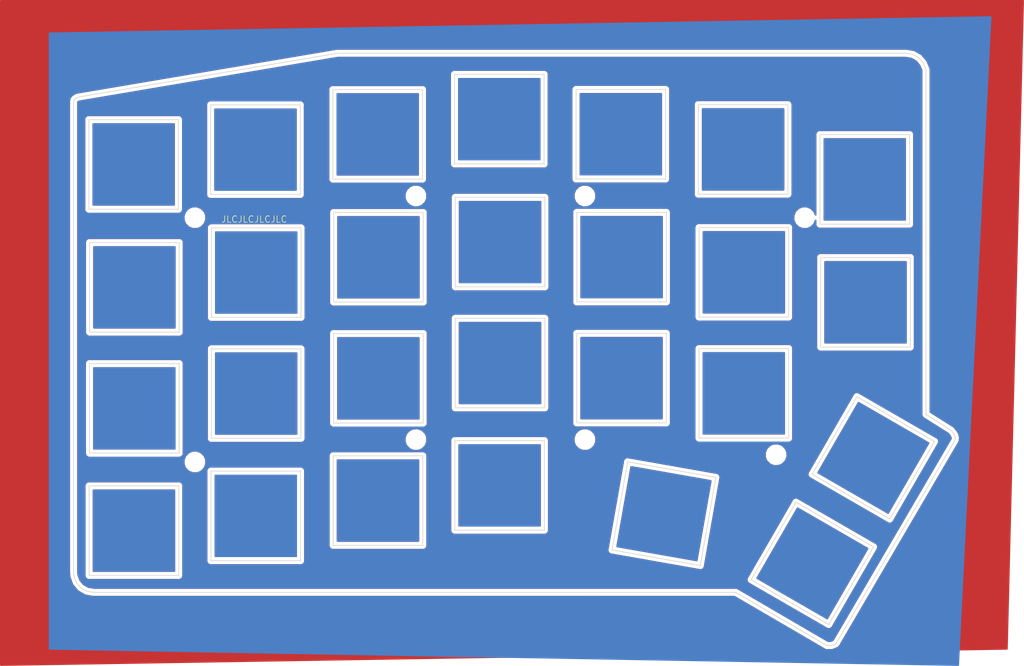
<source format=kicad_pcb>
(kicad_pcb (version 20171130) (host pcbnew "(5.0.0)")

  (general
    (thickness 1.6)
    (drawings 275)
    (tracks 0)
    (zones 0)
    (modules 8)
    (nets 1)
  )

  (page A4)
  (layers
    (0 F.Cu signal)
    (31 B.Cu signal)
    (32 B.Adhes user hide)
    (33 F.Adhes user hide)
    (34 B.Paste user hide)
    (35 F.Paste user hide)
    (36 B.SilkS user hide)
    (37 F.SilkS user hide)
    (38 B.Mask user hide)
    (39 F.Mask user hide)
    (40 Dwgs.User user hide)
    (41 Cmts.User user hide)
    (42 Eco1.User user hide)
    (43 Eco2.User user hide)
    (44 Edge.Cuts user)
    (45 Margin user hide)
    (46 B.CrtYd user hide)
    (47 F.CrtYd user hide)
    (48 B.Fab user hide)
    (49 F.Fab user hide)
  )

  (setup
    (last_trace_width 0.25)
    (trace_clearance 0.2)
    (zone_clearance 0.508)
    (zone_45_only no)
    (trace_min 0.2)
    (segment_width 0.1)
    (edge_width 0.1)
    (via_size 0.6)
    (via_drill 0.4)
    (via_min_size 0.4)
    (via_min_drill 0.3)
    (uvia_size 0.3)
    (uvia_drill 0.1)
    (uvias_allowed no)
    (uvia_min_size 0.2)
    (uvia_min_drill 0.1)
    (pcb_text_width 0.3)
    (pcb_text_size 1.5 1.5)
    (mod_edge_width 0.15)
    (mod_text_size 1 1)
    (mod_text_width 0.15)
    (pad_size 1.524 1.524)
    (pad_drill 0.762)
    (pad_to_mask_clearance 0.2)
    (aux_axis_origin 0 0)
    (visible_elements 7FFFFFFF)
    (pcbplotparams
      (layerselection 0x010f0_ffffffff)
      (usegerberextensions false)
      (usegerberattributes false)
      (usegerberadvancedattributes false)
      (creategerberjobfile false)
      (excludeedgelayer true)
      (linewidth 0.100000)
      (plotframeref false)
      (viasonmask false)
      (mode 1)
      (useauxorigin false)
      (hpglpennumber 1)
      (hpglpenspeed 20)
      (hpglpendiameter 15.000000)
      (psnegative false)
      (psa4output false)
      (plotreference true)
      (plotvalue true)
      (plotinvisibletext false)
      (padsonsilk false)
      (subtractmaskfromsilk false)
      (outputformat 1)
      (mirror false)
      (drillshape 0)
      (scaleselection 1)
      (outputdirectory "Gerber/"))
  )

  (net 0 "")

  (net_class Default "This is the default net class."
    (clearance 0.2)
    (trace_width 0.25)
    (via_dia 0.6)
    (via_drill 0.4)
    (uvia_dia 0.3)
    (uvia_drill 0.1)
  )

  (module Mounting_Holes:MountingHole_2.2mm_M2_DIN965 (layer F.Cu) (tedit 5ACF088F) (tstamp 5ACF085D)
    (at 93.96 72.15)
    (descr "Mounting Hole 2.2mm, no annular, M2, DIN965")
    (tags "mounting hole 2.2mm no annular m2 din965")
    (attr virtual)
    (fp_text reference SCREW1 (at 0.03016 -2.20856) (layer F.SilkS) hide
      (effects (font (size 1 1) (thickness 0.15)))
    )
    (fp_text value MountingHole_2.2mm_M2_DIN965 (at 0 2.9) (layer F.Fab) hide
      (effects (font (size 1 1) (thickness 0.15)))
    )
    (fp_text user %R (at 0.3 0) (layer F.Fab)
      (effects (font (size 1 1) (thickness 0.15)))
    )
    (fp_circle (center 0 0) (end 1.9 0) (layer Cmts.User) (width 0.15))
    (fp_circle (center 0 0) (end 2.15 0) (layer F.CrtYd) (width 0.05))
    (pad 1 np_thru_hole circle (at 0 0) (size 2.2 2.2) (drill 2.2) (layers *.Cu *.Mask))
  )

  (module Mounting_Holes:MountingHole_2.2mm_M2_DIN965 locked (layer F.Cu) (tedit 5ACF08C3) (tstamp 5ACF089D)
    (at 93.96 110.35)
    (descr "Mounting Hole 2.2mm, no annular, M2, DIN965")
    (tags "mounting hole 2.2mm no annular m2 din965")
    (attr virtual)
    (fp_text reference SCREW2 (at -0.00286 -2.7175) (layer F.SilkS) hide
      (effects (font (size 1 1) (thickness 0.15)))
    )
    (fp_text value MountingHole_2.2mm_M2_DIN965 (at 0 2.9) (layer F.Fab) hide
      (effects (font (size 1 1) (thickness 0.15)))
    )
    (fp_text user %R (at 0.3 0) (layer F.Fab)
      (effects (font (size 1 1) (thickness 0.15)))
    )
    (fp_circle (center 0 0) (end 1.9 0) (layer Cmts.User) (width 0.15))
    (fp_circle (center 0 0) (end 2.15 0) (layer F.CrtYd) (width 0.05))
    (pad 1 np_thru_hole circle (at 0 0) (size 2.2 2.2) (drill 2.2) (layers *.Cu *.Mask))
  )

  (module Mounting_Holes:MountingHole_2.2mm_M2_DIN965 (layer F.Cu) (tedit 5ACF0936) (tstamp 5ACF08F3)
    (at 128.5 68.75)
    (descr "Mounting Hole 2.2mm, no annular, M2, DIN965")
    (tags "mounting hole 2.2mm no annular m2 din965")
    (attr virtual)
    (fp_text reference SCREW3 (at 0.07226 -1.44762) (layer F.SilkS) hide
      (effects (font (size 1 1) (thickness 0.15)))
    )
    (fp_text value MountingHole_2.2mm_M2_DIN965 (at -0.31128 3.24122) (layer F.Fab) hide
      (effects (font (size 1 1) (thickness 0.15)))
    )
    (fp_text user %R (at 0.3 0) (layer F.Fab)
      (effects (font (size 1 1) (thickness 0.15)))
    )
    (fp_circle (center 0 0) (end 1.9 0) (layer Cmts.User) (width 0.15))
    (fp_circle (center 0 0) (end 2.15 0) (layer F.CrtYd) (width 0.05))
    (pad 1 np_thru_hole circle (at 0 0) (size 2.2 2.2) (drill 2.2) (layers *.Cu *.Mask))
  )

  (module Mounting_Holes:MountingHole_2.2mm_M2_DIN965 (layer F.Cu) (tedit 5ACF094D) (tstamp 5ACF08FB)
    (at 128.5 106.85)
    (descr "Mounting Hole 2.2mm, no annular, M2, DIN965")
    (tags "mounting hole 2.2mm no annular m2 din965")
    (attr virtual)
    (fp_text reference SCREW4 (at 0.10274 -1.39936) (layer F.SilkS) hide
      (effects (font (size 1 1) (thickness 0.15)))
    )
    (fp_text value MountingHole_2.2mm_M2_DIN965 (at -0.17666 3.40124) (layer F.Fab) hide
      (effects (font (size 1 1) (thickness 0.15)))
    )
    (fp_text user %R (at 0.3 0) (layer F.Fab)
      (effects (font (size 1 1) (thickness 0.15)))
    )
    (fp_circle (center 0 0) (end 1.9 0) (layer Cmts.User) (width 0.15))
    (fp_circle (center 0 0) (end 2.15 0) (layer F.CrtYd) (width 0.05))
    (pad 1 np_thru_hole circle (at 0 0) (size 2.2 2.2) (drill 2.2) (layers *.Cu *.Mask))
  )

  (module Mounting_Holes:MountingHole_2.2mm_M2_DIN965 (layer F.Cu) (tedit 5ACF096F) (tstamp 5ACF0900)
    (at 154.91 68.75)
    (descr "Mounting Hole 2.2mm, no annular, M2, DIN965")
    (tags "mounting hole 2.2mm no annular m2 din965")
    (attr virtual)
    (fp_text reference SCREW5 (at 0.284 -1.3638) (layer F.SilkS) hide
      (effects (font (size 1 1) (thickness 0.15)))
    )
    (fp_text value MountingHole_2.2mm_M2_DIN965 (at -0.04366 1.23208) (layer F.Fab) hide
      (effects (font (size 1 1) (thickness 0.15)))
    )
    (fp_text user %R (at 0.3 0) (layer F.Fab)
      (effects (font (size 1 1) (thickness 0.15)))
    )
    (fp_circle (center 0 0) (end 1.9 0) (layer Cmts.User) (width 0.15))
    (fp_circle (center 0 0) (end 2.15 0) (layer F.CrtYd) (width 0.05))
    (pad 1 np_thru_hole circle (at 0 0) (size 2.2 2.2) (drill 2.2) (layers *.Cu *.Mask))
  )

  (module Mounting_Holes:MountingHole_2.2mm_M2_DIN965 (layer F.Cu) (tedit 5ACF098F) (tstamp 5ACF0907)
    (at 154.91 106.85)
    (descr "Mounting Hole 2.2mm, no annular, M2, DIN965")
    (tags "mounting hole 2.2mm no annular m2 din965")
    (attr virtual)
    (fp_text reference SCREW6 (at 0 -2.9) (layer F.SilkS) hide
      (effects (font (size 1 1) (thickness 0.15)))
    )
    (fp_text value MountingHole_2.2mm_M2_DIN965 (at 0 2.9) (layer F.Fab) hide
      (effects (font (size 1 1) (thickness 0.15)))
    )
    (fp_text user %R (at 0.3 0) (layer F.Fab)
      (effects (font (size 1 1) (thickness 0.15)))
    )
    (fp_circle (center 0 0) (end 1.9 0) (layer Cmts.User) (width 0.15))
    (fp_circle (center 0 0) (end 2.15 0) (layer F.CrtYd) (width 0.05))
    (pad 1 np_thru_hole circle (at 0 0) (size 2.2 2.2) (drill 2.2) (layers *.Cu *.Mask))
  )

  (module Mounting_Holes:MountingHole_2.2mm_M2_DIN965 (layer F.Cu) (tedit 5ACF09B3) (tstamp 5ACF090D)
    (at 189.25 72.15)
    (descr "Mounting Hole 2.2mm, no annular, M2, DIN965")
    (tags "mounting hole 2.2mm no annular m2 din965")
    (attr virtual)
    (fp_text reference SCREW7 (at 0.23654 -1.75644) (layer F.SilkS) hide
      (effects (font (size 1 1) (thickness 0.15)))
    )
    (fp_text value MountingHole_2.2mm_M2_DIN965 (at 0 2.9) (layer F.Fab) hide
      (effects (font (size 1 1) (thickness 0.15)))
    )
    (fp_text user %R (at 0.3 0) (layer F.Fab)
      (effects (font (size 1 1) (thickness 0.15)))
    )
    (fp_circle (center 0 0) (end 1.9 0) (layer Cmts.User) (width 0.15))
    (fp_circle (center 0 0) (end 2.15 0) (layer F.CrtYd) (width 0.05))
    (pad 1 np_thru_hole circle (at 0 0) (size 2.2 2.2) (drill 2.2) (layers *.Cu *.Mask))
  )

  (module Mounting_Holes:MountingHole_2.2mm_M2_DIN965 (layer F.Cu) (tedit 5ACF09D8) (tstamp 5ACF0913)
    (at 184.78 109.22)
    (descr "Mounting Hole 2.2mm, no annular, M2, DIN965")
    (tags "mounting hole 2.2mm no annular m2 din965")
    (attr virtual)
    (fp_text reference SCREW8 (at 0.12692 -1.37414) (layer F.SilkS) hide
      (effects (font (size 1 1) (thickness 0.15)))
    )
    (fp_text value MountingHole_2.2mm_M2_DIN965 (at 0 2.9) (layer F.Fab) hide
      (effects (font (size 1 1) (thickness 0.15)))
    )
    (fp_text user %R (at 0.3 0) (layer F.Fab)
      (effects (font (size 1 1) (thickness 0.15)))
    )
    (fp_circle (center 0 0) (end 1.9 0) (layer Cmts.User) (width 0.15))
    (fp_circle (center 0 0) (end 2.15 0) (layer F.CrtYd) (width 0.05))
    (pad 1 np_thru_hole circle (at 0 0) (size 2.2 2.2) (drill 2.2) (layers *.Cu *.Mask))
  )

  (gr_line (start 187.8878 116.64062) (end 180.8878 128.76462) (layer Edge.Cuts) (width 0.1))
  (gr_line (start 200.0118 123.63972) (end 187.8878 116.64062) (layer Edge.Cuts) (width 0.1))
  (gr_line (start 202.5368 119.26722) (end 209.5368 107.14182) (layer Edge.Cuts) (width 0.1))
  (gr_line (start 190.4128 112.26812) (end 202.5368 119.26722) (layer Edge.Cuts) (width 0.1))
  (gr_line (start 180.8878 128.76462) (end 193.0118 135.76505) (layer Edge.Cuts) (width 0.1))
  (gr_line (start 197.4128 100.14262) (end 190.4128 112.26812) (layer Edge.Cuts) (width 0.1))
  (gr_line (start 209.5368 107.14182) (end 197.4128 100.14262) (layer Edge.Cuts) (width 0.1))
  (gr_line (start 193.0118 135.76505) (end 200.0118 123.63972) (layer Edge.Cuts) (width 0.1))
  (gr_line (start 161.57938 110.32478) (end 159.14838 124.11209) (layer Edge.Cuts) (width 0.1))
  (gr_line (start 172.93428 126.54294) (end 175.36668 112.75568) (layer Edge.Cuts) (width 0.1))
  (gr_line (start 159.14838 124.11209) (end 172.93428 126.54294) (layer Edge.Cuts) (width 0.1))
  (gr_line (start 175.36668 112.75568) (end 161.57938 110.32478) (layer Edge.Cuts) (width 0.1))
  (gr_line (start 167.51944 66.0908) (end 167.51944 52.09266) (layer Edge.Cuts) (width 0.1) (tstamp 5B0C12A2))
  (gr_line (start 167.51944 52.09266) (end 153.52014 52.09266) (layer Edge.Cuts) (width 0.1) (tstamp 5B0C129D))
  (gr_line (start 153.52014 52.09266) (end 153.52014 66.0908) (layer Edge.Cuts) (width 0.1) (tstamp 5B0C129C))
  (gr_line (start 167.63628 85.31352) (end 167.63628 71.31538) (layer Edge.Cuts) (width 0.1) (tstamp 5B0C129A))
  (gr_line (start 153.63698 71.31538) (end 153.63698 85.31352) (layer Edge.Cuts) (width 0.1) (tstamp 5B0C1299))
  (gr_line (start 167.63628 71.31538) (end 153.63698 71.31538) (layer Edge.Cuts) (width 0.1) (tstamp 5B0C1297))
  (gr_line (start 153.52014 66.0908) (end 167.51944 66.0908) (layer Edge.Cuts) (width 0.1) (tstamp 5B0C1296))
  (gr_line (start 153.63698 85.31352) (end 167.63628 85.31352) (layer Edge.Cuts) (width 0.1) (tstamp 5B0C128F))
  (gr_line (start 153.62936 90.23838) (end 153.62936 104.23652) (layer Edge.Cuts) (width 0.1) (tstamp 5B0C128B))
  (gr_line (start 153.62936 104.23652) (end 167.62866 104.23652) (layer Edge.Cuts) (width 0.1) (tstamp 5B0C1289))
  (gr_line (start 167.62866 104.23652) (end 167.62866 90.23838) (layer Edge.Cuts) (width 0.1) (tstamp 5B0C1285))
  (gr_line (start 167.62866 90.23838) (end 153.62936 90.23838) (layer Edge.Cuts) (width 0.1) (tstamp 5B0C1284))
  (gr_line (start 205.63468 73.152) (end 205.63468 59.15386) (layer Edge.Cuts) (width 0.1) (tstamp 5B0C127C))
  (gr_line (start 191.75222 78.37658) (end 191.75222 92.37472) (layer Edge.Cuts) (width 0.1) (tstamp 5B0C127A))
  (gr_line (start 205.75152 92.37472) (end 205.75152 78.37658) (layer Edge.Cuts) (width 0.1) (tstamp 5B0C1277))
  (gr_line (start 191.63538 73.152) (end 205.63468 73.152) (layer Edge.Cuts) (width 0.1) (tstamp 5B0C1276))
  (gr_line (start 205.75152 78.37658) (end 191.75222 78.37658) (layer Edge.Cuts) (width 0.1) (tstamp 5B0C1275))
  (gr_line (start 205.63468 59.15386) (end 191.63538 59.15386) (layer Edge.Cuts) (width 0.1) (tstamp 5B0C1274))
  (gr_line (start 191.63538 59.15386) (end 191.63538 73.152) (layer Edge.Cuts) (width 0.1) (tstamp 5B0C1272))
  (gr_line (start 191.75222 92.37472) (end 205.75152 92.37472) (layer Edge.Cuts) (width 0.1) (tstamp 5B0C126B))
  (gr_line (start 186.73454 106.60888) (end 186.73454 92.61074) (layer Edge.Cuts) (width 0.1) (tstamp 5B0C1240))
  (gr_line (start 172.73524 106.60888) (end 186.73454 106.60888) (layer Edge.Cuts) (width 0.1) (tstamp 5B0C123F))
  (gr_line (start 172.73524 92.61074) (end 172.73524 106.60888) (layer Edge.Cuts) (width 0.1) (tstamp 5B0C123D))
  (gr_line (start 186.73454 92.61074) (end 172.73524 92.61074) (layer Edge.Cuts) (width 0.1) (tstamp 5B0C123C))
  (gr_line (start 172.74286 87.68588) (end 186.74216 87.68588) (layer Edge.Cuts) (width 0.1) (tstamp 5B0C1237))
  (gr_line (start 172.74286 73.68774) (end 172.74286 87.68588) (layer Edge.Cuts) (width 0.1) (tstamp 5B0C122C))
  (gr_line (start 186.74216 73.68774) (end 172.74286 73.68774) (layer Edge.Cuts) (width 0.1) (tstamp 5B0C122B))
  (gr_line (start 186.74216 87.68588) (end 186.74216 73.68774) (layer Edge.Cuts) (width 0.1) (tstamp 5B0C122A))
  (gr_line (start 172.62602 68.46316) (end 186.62532 68.46316) (layer Edge.Cuts) (width 0.1) (tstamp 5B0C1227))
  (gr_line (start 186.62532 68.46316) (end 186.62532 54.46502) (layer Edge.Cuts) (width 0.1) (tstamp 5B0C1224))
  (gr_line (start 186.62532 54.46502) (end 172.62602 54.46502) (layer Edge.Cuts) (width 0.1) (tstamp 5B0C1223))
  (gr_line (start 172.62602 54.46502) (end 172.62602 68.46316) (layer Edge.Cuts) (width 0.1) (tstamp 5B0C1222))
  (gr_line (start 115.64112 85.33638) (end 129.64042 85.33638) (layer Edge.Cuts) (width 0.1) (tstamp 5B0C1218))
  (gr_line (start 129.64042 71.33824) (end 115.64112 71.33824) (layer Edge.Cuts) (width 0.1) (tstamp 5B0C1217))
  (gr_line (start 115.64112 71.33824) (end 115.64112 85.33638) (layer Edge.Cuts) (width 0.1) (tstamp 5B0C1215))
  (gr_line (start 96.54286 87.72906) (end 110.54216 87.72906) (layer Edge.Cuts) (width 0.1) (tstamp 5B0C1211))
  (gr_line (start 110.54216 73.73092) (end 96.54286 73.73092) (layer Edge.Cuts) (width 0.1) (tstamp 5B0C1210))
  (gr_line (start 96.54286 73.73092) (end 96.54286 87.72906) (layer Edge.Cuts) (width 0.1) (tstamp 5B0C120E))
  (gr_line (start 110.54216 87.72906) (end 110.54216 73.73092) (layer Edge.Cuts) (width 0.1) (tstamp 5B0C1207))
  (gr_line (start 91.50252 90.03792) (end 91.50252 76.03978) (layer Edge.Cuts) (width 0.1) (tstamp 5B0C1201))
  (gr_line (start 91.50252 76.03978) (end 77.50297 76.03978) (layer Edge.Cuts) (width 0.1) (tstamp 5B0C1200))
  (gr_line (start 77.50297 90.03792) (end 91.50252 90.03792) (layer Edge.Cuts) (width 0.1) (tstamp 5B0C11FF))
  (gr_line (start 77.50297 76.03978) (end 77.50297 90.03792) (layer Edge.Cuts) (width 0.1) (tstamp 5B0C11FD))
  (gr_line (start 129.64042 85.33638) (end 129.64042 71.33824) (layer Edge.Cuts) (width 0.1) (tstamp 5B0C11F9))
  (gr_line (start 134.6454 68.9608) (end 134.6454 82.95894) (layer Edge.Cuts) (width 0.1) (tstamp 5B0C11EF))
  (gr_line (start 148.6447 68.9608) (end 134.6454 68.9608) (layer Edge.Cuts) (width 0.1) (tstamp 5B0C11EE))
  (gr_line (start 134.6454 82.95894) (end 148.6447 82.95894) (layer Edge.Cuts) (width 0.1) (tstamp 5B0C11ED))
  (gr_line (start 148.6447 82.95894) (end 148.6447 68.9608) (layer Edge.Cuts) (width 0.1) (tstamp 5B0C11EC))
  (gr_line (start 96.53524 106.65206) (end 110.53454 106.65206) (layer Edge.Cuts) (width 0.1) (tstamp 5B0C11C7))
  (gr_line (start 110.53454 92.65392) (end 96.53524 92.65392) (layer Edge.Cuts) (width 0.1) (tstamp 5B0C11C5))
  (gr_line (start 96.53524 92.65392) (end 96.53524 106.65206) (layer Edge.Cuts) (width 0.1) (tstamp 5B0C11C4))
  (gr_line (start 129.6328 104.25938) (end 129.6328 90.26124) (layer Edge.Cuts) (width 0.1) (tstamp 5B0C11B9))
  (gr_line (start 115.6335 90.26124) (end 115.6335 104.25938) (layer Edge.Cuts) (width 0.1) (tstamp 5B0C11B8))
  (gr_line (start 129.6328 90.26124) (end 115.6335 90.26124) (layer Edge.Cuts) (width 0.1) (tstamp 5B0C11B7))
  (gr_line (start 115.6335 104.25938) (end 129.6328 104.25938) (layer Edge.Cuts) (width 0.1) (tstamp 5B0C11B6))
  (gr_line (start 110.53454 106.65206) (end 110.53454 92.65392) (layer Edge.Cuts) (width 0.1) (tstamp 5B0C11B5))
  (gr_line (start 77.49535 108.96092) (end 91.4949 108.96092) (layer Edge.Cuts) (width 0.1) (tstamp 5B0C11AE))
  (gr_line (start 91.4949 94.96278) (end 77.49535 94.96278) (layer Edge.Cuts) (width 0.1) (tstamp 5B0C11AD))
  (gr_line (start 91.4949 108.96092) (end 91.4949 94.96278) (layer Edge.Cuts) (width 0.1) (tstamp 5B0C11AB))
  (gr_line (start 77.49535 94.96278) (end 77.49535 108.96092) (layer Edge.Cuts) (width 0.1) (tstamp 5B0C11A9))
  (gr_line (start 134.63778 87.8838) (end 134.63778 101.88194) (layer Edge.Cuts) (width 0.1) (tstamp 5B0C11A0))
  (gr_line (start 148.63708 101.88194) (end 148.63708 87.8838) (layer Edge.Cuts) (width 0.1) (tstamp 5B0C119F))
  (gr_line (start 148.63708 87.8838) (end 134.63778 87.8838) (layer Edge.Cuts) (width 0.1) (tstamp 5B0C119E))
  (gr_line (start 134.63778 101.88194) (end 148.63708 101.88194) (layer Edge.Cuts) (width 0.1) (tstamp 5B0C119B))
  (gr_line (start 115.52428 52.11552) (end 115.52428 66.11366) (layer Edge.Cuts) (width 0.1) (tstamp 5B0C1165))
  (gr_line (start 129.52358 52.11552) (end 115.52428 52.11552) (layer Edge.Cuts) (width 0.1) (tstamp 5B0C1162))
  (gr_line (start 134.52856 49.73808) (end 134.52856 63.73622) (layer Edge.Cuts) (width 0.1) (tstamp 5B0C1160))
  (gr_line (start 134.52856 63.73622) (end 148.52786 63.73622) (layer Edge.Cuts) (width 0.1) (tstamp 5B0C115F))
  (gr_line (start 148.52786 49.73808) (end 134.52856 49.73808) (layer Edge.Cuts) (width 0.1) (tstamp 5B0C115D))
  (gr_line (start 115.52428 66.11366) (end 129.52358 66.11366) (layer Edge.Cuts) (width 0.1) (tstamp 5B0C115B))
  (gr_line (start 129.52358 66.11366) (end 129.52358 52.11552) (layer Edge.Cuts) (width 0.1) (tstamp 5B0C1154))
  (gr_line (start 148.52786 63.73622) (end 148.52786 49.73808) (layer Edge.Cuts) (width 0.1) (tstamp 5B0C1150))
  (gr_line (start 96.42602 54.5082) (end 96.42602 68.50634) (layer Edge.Cuts) (width 0.1) (tstamp 5B0C114C))
  (gr_line (start 77.38613 56.81706) (end 77.38613 70.8152) (layer Edge.Cuts) (width 0.1) (tstamp 5B0C1145))
  (gr_line (start 91.38568 56.81706) (end 77.38613 56.81706) (layer Edge.Cuts) (width 0.1) (tstamp 5B0C1143))
  (gr_line (start 91.38568 70.8152) (end 91.38568 56.81706) (layer Edge.Cuts) (width 0.1) (tstamp 5B0C1142))
  (gr_line (start 77.38613 70.8152) (end 91.38568 70.8152) (layer Edge.Cuts) (width 0.1) (tstamp 5B0C1141))
  (gr_line (start 110.42532 68.50634) (end 110.42532 54.5082) (layer Edge.Cuts) (width 0.1) (tstamp 5B0C113C))
  (gr_line (start 110.42532 54.5082) (end 96.42602 54.5082) (layer Edge.Cuts) (width 0.1) (tstamp 5B0C113A))
  (gr_line (start 96.42602 68.50634) (end 110.42532 68.50634) (layer Edge.Cuts) (width 0.1) (tstamp 5B0C1137))
  (gr_line (start 148.57104 121.00814) (end 148.57104 107.01) (layer Edge.Cuts) (width 0.1) (tstamp 5B0C0E53))
  (gr_line (start 148.57104 107.01) (end 134.57174 107.01) (layer Edge.Cuts) (width 0.1) (tstamp 5B0C0E51))
  (gr_line (start 134.57174 121.00814) (end 148.57104 121.00814) (layer Edge.Cuts) (width 0.1) (tstamp 5B0C0E50))
  (gr_line (start 134.57174 107.01) (end 134.57174 121.00814) (layer Edge.Cuts) (width 0.1) (tstamp 5B0C0E4A))
  (gr_line (start 96.4692 125.77826) (end 110.4685 125.77826) (layer Edge.Cuts) (width 0.1) (tstamp 5B0C0DF7))
  (gr_line (start 110.4685 125.77826) (end 110.4685 111.78012) (layer Edge.Cuts) (width 0.1) (tstamp 5B0C0DF6))
  (gr_line (start 110.4685 111.78012) (end 96.4692 111.78012) (layer Edge.Cuts) (width 0.1) (tstamp 5B0C0DF4))
  (gr_line (start 96.4692 111.78012) (end 96.4692 125.77826) (layer Edge.Cuts) (width 0.1) (tstamp 5B0C0DEF))
  (gr_line (start 77.42931 114.08898) (end 77.42931 128.08712) (layer Edge.Cuts) (width 0.1))
  (gr_line (start 91.42886 128.08712) (end 91.42886 114.08898) (layer Edge.Cuts) (width 0.1))
  (gr_line (start 77.42931 128.08712) (end 91.42886 128.08712) (layer Edge.Cuts) (width 0.1))
  (gr_line (start 91.42886 114.08898) (end 77.42931 114.08898) (layer Edge.Cuts) (width 0.1))
  (gr_line (start 129.56676 123.38558) (end 129.56676 109.38744) (layer Edge.Cuts) (width 0.1))
  (gr_line (start 129.56676 109.38744) (end 115.56746 109.38744) (layer Edge.Cuts) (width 0.1))
  (gr_line (start 115.56746 109.38744) (end 115.56746 123.38558) (layer Edge.Cuts) (width 0.1))
  (gr_line (start 115.56746 123.38558) (end 129.56676 123.38558) (layer Edge.Cuts) (width 0.1))
  (gr_text JLCJLCJLCJLC (at 103.23 72.39) (layer F.SilkS)
    (effects (font (size 1 1) (thickness 0.1)))
  )
  (gr_line (start 212.8 106.59) (end 212.76 106.92) (layer Edge.Cuts) (width 0.1))
  (gr_line (start 212.69 106.15) (end 212.8 106.59) (layer Edge.Cuts) (width 0.1))
  (gr_line (start 212.43 105.75) (end 212.69 106.15) (layer Edge.Cuts) (width 0.1))
  (gr_line (start 212.09 105.3592) (end 212.43 105.75) (layer Edge.Cuts) (width 0.1))
  (gr_line (start 208.21 48.98) (end 207.79 47.98) (layer Edge.Cuts) (width 0.1))
  (gr_line (start 75.29 53.49) (end 75.63 53.3) (layer Edge.Cuts) (width 0.1))
  (gr_line (start 208.221 102.916) (end 208.215 102.906) (layer Edge.Cuts) (width 0.1))
  (gr_line (start 205.098 46.43) (end 132.08 46.43) (layer Edge.Cuts) (width 0.1))
  (gr_line (start 208.222 102.917) (end 208.221 102.916) (layer Edge.Cuts) (width 0.1))
  (gr_line (start 208.205 102.87) (end 208.205 95.25) (layer Edge.Cuts) (width 0.1))
  (gr_line (start 193.427 139.053) (end 194.051 138.806) (layer Edge.Cuts) (width 0.1))
  (gr_line (start 178.448 130.736) (end 178.454 130.738) (layer Edge.Cuts) (width 0.1))
  (gr_line (start 132.08 46.43) (end 116.211 46.43) (layer Edge.Cuts) (width 0.1))
  (gr_line (start 134.62 130.735) (end 156.21 130.735) (layer Edge.Cuts) (width 0.1))
  (gr_line (start 208.21 102.896) (end 208.209 102.894) (layer Edge.Cuts) (width 0.1))
  (gr_line (start 178.461 130.74) (end 178.466 130.743) (layer Edge.Cuts) (width 0.1))
  (gr_line (start 194.051 138.806) (end 194.175 138.696) (layer Edge.Cuts) (width 0.1))
  (gr_line (start 178.435 130.735) (end 178.442 130.736) (layer Edge.Cuts) (width 0.1))
  (gr_line (start 76.1131 130.009) (end 77.0451 130.547) (layer Edge.Cuts) (width 0.1))
  (gr_line (start 194.175 138.696) (end 212.759 106.924) (layer Edge.Cuts) (width 0.1))
  (gr_line (start 208.205 95.25) (end 208.205 48.9809) (layer Edge.Cuts) (width 0.1))
  (gr_line (start 208.209 102.893) (end 208.207 102.882) (layer Edge.Cuts) (width 0.1))
  (gr_line (start 192.757 139.071) (end 193.427 139.053) (layer Edge.Cuts) (width 0.1))
  (gr_line (start 178.442 130.736) (end 178.448 130.736) (layer Edge.Cuts) (width 0.1))
  (gr_line (start 178.454 130.738) (end 178.461 130.74) (layer Edge.Cuts) (width 0.1))
  (gr_line (start 208.215 102.906) (end 208.21 102.896) (layer Edge.Cuts) (width 0.1))
  (gr_line (start 99.06 130.735) (end 134.62 130.735) (layer Edge.Cuts) (width 0.1))
  (gr_line (start 178.466 130.743) (end 178.473 130.745) (layer Edge.Cuts) (width 0.1))
  (gr_line (start 116.211 46.43) (end 75.627 53.2981) (layer Edge.Cuts) (width 0.1))
  (gr_line (start 208.24 102.934) (end 208.232 102.926) (layer Edge.Cuts) (width 0.1))
  (gr_line (start 212.09 105.3592) (end 208.24 102.934) (layer Edge.Cuts) (width 0.1))
  (gr_line (start 206.165 46.618) (end 205.098 46.43) (layer Edge.Cuts) (width 0.1))
  (gr_line (start 208.207 102.882) (end 208.205 102.87) (layer Edge.Cuts) (width 0.1))
  (gr_line (start 78.1116 130.735) (end 99.06 130.735) (layer Edge.Cuts) (width 0.1))
  (gr_line (start 207.097 47.1561) (end 206.165 46.618) (layer Edge.Cuts) (width 0.1))
  (gr_line (start 192.731 139.062) (end 192.757 139.071) (layer Edge.Cuts) (width 0.1))
  (gr_line (start 156.21 130.735) (end 178.435 130.735) (layer Edge.Cuts) (width 0.1))
  (gr_line (start 207.789 47.9809) (end 207.097 47.1561) (layer Edge.Cuts) (width 0.1))
  (gr_line (start 208.223 102.918) (end 208.222 102.917) (layer Edge.Cuts) (width 0.1))
  (gr_line (start 77.0451 130.547) (end 78.1116 130.735) (layer Edge.Cuts) (width 0.1))
  (gr_line (start 208.209 102.894) (end 208.209 102.893) (layer Edge.Cuts) (width 0.1))
  (gr_line (start 208.232 102.926) (end 208.223 102.918) (layer Edge.Cuts) (width 0.1))
  (gr_line (start 178.473 130.745) (end 192.731 139.062) (layer Edge.Cuts) (width 0.1))
  (gr_line (start 75.4213 129.184) (end 76.1131 130.009) (layer Edge.Cuts) (width 0.1))
  (gr_line (start 75.005 127.632) (end 75.0521 128.17) (layer Edge.Cuts) (width 0.1))
  (gr_line (start 75.2856 53.491) (end 75.1369 53.6158) (layer Edge.Cuts) (width 0.1))
  (gr_line (start 75.0399 53.7839) (end 75.005 53.9816) (layer Edge.Cuts) (width 0.1))
  (gr_line (start 75.0521 128.17) (end 75.4213 129.184) (layer Edge.Cuts) (width 0.1))
  (gr_line (start 75.005 53.9816) (end 75.005 127.632) (layer Edge.Cuts) (width 0.1))
  (gr_line (start 75.1369 53.6158) (end 75.0399 53.7839) (layer Edge.Cuts) (width 0.1))
  (gr_line (start 197.449 100.068) (end 209.548 107.053) (layer Dwgs.User) (width 0.1))
  (gr_line (start 195.605 101.608) (end 196.255 101.984) (layer Dwgs.User) (width 0.1))
  (gr_line (start 193.893 106.075) (end 193.243 105.7) (layer Dwgs.User) (width 0.1))
  (gr_line (start 192.631 108.261) (end 193.893 106.075) (layer Dwgs.User) (width 0.1))
  (gr_line (start 196.255 101.984) (end 197.345 100.096) (layer Dwgs.User) (width 0.1))
  (gr_line (start 193.215 105.596) (end 195.501 101.636) (layer Dwgs.User) (width 0.1))
  (gr_line (start 181.945 126.747) (end 181.305 126.377) (layer Dwgs.User) (width 0.1))
  (gr_line (start 180.795 128.739) (end 181.945 126.747) (layer Dwgs.User) (width 0.1))
  (gr_line (start 185.578 120.397) (end 192.563 108.299) (layer Dwgs.User) (width 0.1))
  (gr_line (start 181.277 126.273) (end 183.563 122.313) (layer Dwgs.User) (width 0.1))
  (gr_line (start 183.667 122.286) (end 184.307 122.655) (layer Dwgs.User) (width 0.1))
  (gr_line (start 184.307 122.655) (end 185.573 120.463) (layer Dwgs.User) (width 0.1))
  (gr_line (start 209.576 107.157) (end 202.591 119.255) (layer Dwgs.User) (width 0.1))
  (gr_line (start 192.921 135.828) (end 180.823 128.843) (layer Dwgs.User) (width 0.1))
  (gr_line (start 202.523 119.293) (end 200.015 123.637) (layer Dwgs.User) (width 0.1))
  (gr_line (start 200.01 123.702) (end 193.025 135.8) (layer Dwgs.User) (width 0.1))
  (gr_line (start 186.806 73.689) (end 186.806 87.659) (layer Dwgs.User) (width 0.1))
  (gr_line (start 172.684 87.659) (end 172.684 73.689) (layer Dwgs.User) (width 0.1))
  (gr_line (start 186.73 87.7352) (end 172.76 87.7352) (layer Dwgs.User) (width 0.1))
  (gr_line (start 110.598 73.7485) (end 110.598 87.7185) (layer Dwgs.User) (width 0.1))
  (gr_line (start 110.522 87.7947) (end 96.5516 87.7947) (layer Dwgs.User) (width 0.1))
  (gr_line (start 96.5516 73.6723) (end 110.522 73.6723) (layer Dwgs.User) (width 0.1))
  (gr_line (start 96.4754 87.7185) (end 96.4754 73.7485) (layer Dwgs.User) (width 0.1))
  (gr_line (start 77.4399 75.9943) (end 91.4099 75.9943) (layer Dwgs.User) (width 0.1))
  (gr_line (start 77.3637 90.0405) (end 77.3637 76.0705) (layer Dwgs.User) (width 0.1))
  (gr_line (start 91.4099 90.1167) (end 77.4399 90.1167) (layer Dwgs.User) (width 0.1))
  (gr_line (start 191.677 92.3625) (end 191.677 78.3925) (layer Dwgs.User) (width 0.1))
  (gr_line (start 191.753 78.3163) (end 205.723 78.3163) (layer Dwgs.User) (width 0.1))
  (gr_line (start 91.4861 76.0705) (end 91.4861 90.0405) (layer Dwgs.User) (width 0.1))
  (gr_line (start 205.723 92.4387) (end 191.753 92.4387) (layer Dwgs.User) (width 0.1))
  (gr_line (start 205.799 78.3925) (end 205.799 92.3625) (layer Dwgs.User) (width 0.1))
  (gr_line (start 134.656 87.9019) (end 148.626 87.9019) (layer Dwgs.User) (width 0.1))
  (gr_line (start 148.626 102.024) (end 134.656 102.024) (layer Dwgs.User) (width 0.1))
  (gr_line (start 148.702 87.9781) (end 148.702 101.948) (layer Dwgs.User) (width 0.1))
  (gr_line (start 134.58 101.948) (end 134.58 87.9781) (layer Dwgs.User) (width 0.1))
  (gr_line (start 115.408 104.27) (end 115.408 90.3001) (layer Dwgs.User) (width 0.1))
  (gr_line (start 115.485 90.2239) (end 129.455 90.2239) (layer Dwgs.User) (width 0.1))
  (gr_line (start 129.455 104.346) (end 115.485 104.346) (layer Dwgs.User) (width 0.1))
  (gr_line (start 129.531 90.3001) (end 129.531 104.27) (layer Dwgs.User) (width 0.1))
  (gr_line (start 186.671 68.6235) (end 172.701 68.6235) (layer Dwgs.User) (width 0.1))
  (gr_line (start 172.624 68.5473) (end 172.624 54.5773) (layer Dwgs.User) (width 0.1))
  (gr_line (start 172.701 54.5011) (end 186.671 54.5011) (layer Dwgs.User) (width 0.1))
  (gr_line (start 96.5516 54.5606) (end 110.522 54.5606) (layer Dwgs.User) (width 0.1))
  (gr_line (start 110.522 68.683) (end 96.5516 68.683) (layer Dwgs.User) (width 0.1))
  (gr_line (start 96.4754 68.6068) (end 96.4754 54.6368) (layer Dwgs.User) (width 0.1))
  (gr_line (start 186.747 54.5773) (end 186.747 68.5473) (layer Dwgs.User) (width 0.1))
  (gr_line (start 110.598 54.6368) (end 110.598 68.6068) (layer Dwgs.User) (width 0.1))
  (gr_line (start 77.4593 56.8826) (end 91.4293 56.8826) (layer Dwgs.User) (width 0.1))
  (gr_line (start 77.3831 70.9288) (end 77.3831 56.9588) (layer Dwgs.User) (width 0.1))
  (gr_line (start 91.4293 71.005) (end 77.4593 71.005) (layer Dwgs.User) (width 0.1))
  (gr_line (start 191.793 59.2316) (end 205.763 59.2316) (layer Dwgs.User) (width 0.1))
  (gr_line (start 91.5055 56.9588) (end 91.5055 70.9288) (layer Dwgs.User) (width 0.1))
  (gr_line (start 205.839 59.3078) (end 205.839 73.2778) (layer Dwgs.User) (width 0.1))
  (gr_line (start 191.717 73.2778) (end 191.717 59.3078) (layer Dwgs.User) (width 0.1))
  (gr_line (start 205.763 73.354) (end 191.793 73.354) (layer Dwgs.User) (width 0.1))
  (gr_line (start 148.607 82.9126) (end 134.637 82.9126) (layer Dwgs.User) (width 0.1))
  (gr_line (start 134.56 82.8364) (end 134.56 68.8664) (layer Dwgs.User) (width 0.1))
  (gr_line (start 134.637 68.7902) (end 148.607 68.7902) (layer Dwgs.User) (width 0.1))
  (gr_line (start 167.619 85.3537) (end 153.649 85.3537) (layer Dwgs.User) (width 0.1))
  (gr_line (start 148.683 68.8664) (end 148.683 82.8364) (layer Dwgs.User) (width 0.1))
  (gr_line (start 153.649 71.2313) (end 167.619 71.2313) (layer Dwgs.User) (width 0.1))
  (gr_line (start 153.572 85.2775) (end 153.572 71.3075) (layer Dwgs.User) (width 0.1))
  (gr_line (start 115.544 71.2313) (end 129.514 71.2313) (layer Dwgs.User) (width 0.1))
  (gr_line (start 115.468 85.2775) (end 115.468 71.3075) (layer Dwgs.User) (width 0.1))
  (gr_line (start 167.695 71.3075) (end 167.695 85.2775) (layer Dwgs.User) (width 0.1))
  (gr_line (start 129.514 85.3537) (end 115.544 85.3537) (layer Dwgs.User) (width 0.1))
  (gr_line (start 129.59 71.3075) (end 129.59 85.2775) (layer Dwgs.User) (width 0.1))
  (gr_line (start 172.76 73.6128) (end 186.73 73.6128) (layer Dwgs.User) (width 0.1))
  (gr_line (start 77.3637 128.085) (end 77.3637 114.115) (layer Dwgs.User) (width 0.1))
  (gr_line (start 91.4099 128.161) (end 77.4399 128.161) (layer Dwgs.User) (width 0.1))
  (gr_line (start 77.4399 114.039) (end 91.4099 114.039) (layer Dwgs.User) (width 0.1))
  (gr_line (start 161.59 110.254) (end 175.347 112.68) (layer Dwgs.User) (width 0.1))
  (gr_line (start 91.4861 114.115) (end 91.4861 128.085) (layer Dwgs.User) (width 0.1))
  (gr_line (start 110.538 111.793) (end 110.538 125.763) (layer Dwgs.User) (width 0.1))
  (gr_line (start 110.462 125.84) (end 96.492 125.84) (layer Dwgs.User) (width 0.1))
  (gr_line (start 96.4158 125.763) (end 96.4158 111.793) (layer Dwgs.User) (width 0.1))
  (gr_line (start 175.409 112.768) (end 172.983 126.526) (layer Dwgs.User) (width 0.1))
  (gr_line (start 159.075 124.074) (end 161.501 110.316) (layer Dwgs.User) (width 0.1))
  (gr_line (start 172.895 126.588) (end 159.137 124.162) (layer Dwgs.User) (width 0.1))
  (gr_line (start 115.584 109.336) (end 129.554 109.336) (layer Dwgs.User) (width 0.1))
  (gr_line (start 148.643 107.03) (end 148.643 121) (layer Dwgs.User) (width 0.1))
  (gr_line (start 115.508 123.382) (end 115.508 109.412) (layer Dwgs.User) (width 0.1))
  (gr_line (start 129.554 123.458) (end 115.584 123.458) (layer Dwgs.User) (width 0.1))
  (gr_line (start 96.492 111.717) (end 110.462 111.717) (layer Dwgs.User) (width 0.1))
  (gr_line (start 129.631 109.412) (end 129.631 123.382) (layer Dwgs.User) (width 0.1))
  (gr_line (start 153.649 90.2239) (end 167.619 90.2239) (layer Dwgs.User) (width 0.1))
  (gr_line (start 167.619 104.346) (end 153.649 104.346) (layer Dwgs.User) (width 0.1))
  (gr_line (start 153.572 104.27) (end 153.572 90.3001) (layer Dwgs.User) (width 0.1))
  (gr_line (start 172.624 106.652) (end 172.624 92.6816) (layer Dwgs.User) (width 0.1))
  (gr_line (start 167.695 90.3001) (end 167.695 104.27) (layer Dwgs.User) (width 0.1))
  (gr_line (start 172.701 92.6054) (end 186.671 92.6054) (layer Dwgs.User) (width 0.1))
  (gr_line (start 186.747 92.6816) (end 186.747 106.652) (layer Dwgs.User) (width 0.1))
  (gr_line (start 186.671 106.728) (end 172.701 106.728) (layer Dwgs.User) (width 0.1))
  (gr_line (start 96.5516 92.6054) (end 110.522 92.6054) (layer Dwgs.User) (width 0.1))
  (gr_line (start 96.4754 106.652) (end 96.4754 92.6816) (layer Dwgs.User) (width 0.1))
  (gr_line (start 110.522 106.728) (end 96.5516 106.728) (layer Dwgs.User) (width 0.1))
  (gr_line (start 110.598 92.6816) (end 110.598 106.652) (layer Dwgs.User) (width 0.1))
  (gr_line (start 77.3637 109.093) (end 77.3637 95.1227) (layer Dwgs.User) (width 0.1))
  (gr_line (start 91.4099 109.169) (end 77.4399 109.169) (layer Dwgs.User) (width 0.1))
  (gr_line (start 91.4861 95.1227) (end 91.4861 109.093) (layer Dwgs.User) (width 0.1))
  (gr_line (start 77.4399 95.0465) (end 91.4099 95.0465) (layer Dwgs.User) (width 0.1))
  (gr_line (start 134.52 121) (end 134.52 107.03) (layer Dwgs.User) (width 0.1))
  (gr_line (start 148.566 121.076) (end 134.596 121.076) (layer Dwgs.User) (width 0.1))
  (gr_line (start 134.596 106.954) (end 148.566 106.954) (layer Dwgs.User) (width 0.1))
  (gr_line (start 134.599 63.7843) (end 134.599 49.8143) (layer Dwgs.User) (width 0.1))
  (gr_line (start 134.675 49.7381) (end 148.645 49.7381) (layer Dwgs.User) (width 0.1))
  (gr_line (start 148.645 63.8605) (end 134.675 63.8605) (layer Dwgs.User) (width 0.1))
  (gr_line (start 148.721 49.8143) (end 148.721 63.7843) (layer Dwgs.User) (width 0.1))
  (gr_line (start 115.468 66.1062) (end 115.468 52.1362) (layer Dwgs.User) (width 0.1))
  (gr_line (start 115.544 52.06) (end 129.514 52.06) (layer Dwgs.User) (width 0.1))
  (gr_line (start 129.514 66.1824) (end 115.544 66.1824) (layer Dwgs.User) (width 0.1))
  (gr_line (start 129.59 52.1362) (end 129.59 66.1062) (layer Dwgs.User) (width 0.1))
  (gr_line (start 153.649 52.1196) (end 167.619 52.1196) (layer Dwgs.User) (width 0.1))
  (gr_line (start 153.572 66.1658) (end 153.572 52.1958) (layer Dwgs.User) (width 0.1))
  (gr_line (start 167.695 52.1958) (end 167.695 66.1658) (layer Dwgs.User) (width 0.1))
  (gr_line (start 167.619 66.242) (end 153.649 66.242) (layer Dwgs.User) (width 0.1))

  (zone (net 0) (net_name "") (layer F.Cu) (tstamp 5CA0D934) (hatch edge 0.508)
    (connect_pads (clearance 0.508))
    (min_thickness 0.254)
    (fill yes (arc_segments 16) (thermal_gap 0.508) (thermal_bridge_width 0.508))
    (polygon
      (pts
        (xy 223.52 38.1) (xy 63.5 38.1) (xy 63.5 142.24) (xy 220.98 139.7)
      )
    )
    (filled_polygon
      (pts
        (xy 220.856086 139.574983) (xy 63.627 142.110936) (xy 63.627 127.624536) (xy 74.316727 127.624536) (xy 74.320001 127.661933)
        (xy 74.320001 127.699462) (xy 74.325869 127.728964) (xy 74.359849 128.117103) (xy 74.354343 128.139618) (xy 74.371666 128.252082)
        (xy 74.375594 128.296945) (xy 74.381918 128.318639) (xy 74.385358 128.340968) (xy 74.400764 128.383279) (xy 74.432614 128.492529)
        (xy 74.447123 128.510605) (xy 74.74933 129.34061) (xy 74.755138 129.393802) (xy 74.795514 129.467455) (xy 74.800719 129.481749)
        (xy 74.827894 129.52652) (xy 74.85307 129.572445) (xy 74.862845 129.584102) (xy 74.906427 129.655904) (xy 74.949581 129.687538)
        (xy 75.535241 130.385963) (xy 75.559039 130.434211) (xy 75.621973 130.489395) (xy 75.631563 130.500831) (xy 75.672623 130.533807)
        (xy 75.712217 130.568525) (xy 75.725142 130.575986) (xy 75.790404 130.628399) (xy 75.842047 130.64347) (xy 76.631114 131.098962)
        (xy 76.669869 131.136058) (xy 76.748013 131.166442) (xy 76.761069 131.173979) (xy 76.810814 131.190861) (xy 76.859746 131.209887)
        (xy 76.874584 131.212503) (xy 76.953988 131.23945) (xy 77.007525 131.235937) (xy 77.985336 131.408304) (xy 78.044138 131.42)
        (xy 78.051689 131.42) (xy 78.05912 131.42131) (xy 78.119025 131.42) (xy 178.270672 131.42) (xy 192.386349 139.65398)
        (xy 192.443179 139.687247) (xy 192.44367 139.687417) (xy 192.444126 139.687683) (xy 192.4588 139.692737) (xy 192.507153 139.7232)
        (xy 192.586042 139.7367) (xy 192.596681 139.740383) (xy 192.597425 139.740485) (xy 192.636745 139.754029) (xy 192.674007 139.751754)
        (xy 192.707959 139.757564) (xy 192.71921 139.757262) (xy 192.798499 139.768184) (xy 192.85412 139.753637) (xy 193.363184 139.739961)
        (xy 193.415973 139.751331) (xy 193.498113 139.736336) (xy 193.512834 139.735941) (xy 193.564398 139.724236) (xy 193.616386 139.714746)
        (xy 193.630071 139.709329) (xy 193.711505 139.690844) (xy 193.755585 139.659646) (xy 194.226214 139.473356) (xy 194.27926 139.466065)
        (xy 194.351728 139.423674) (xy 194.365839 139.418088) (xy 194.409877 139.389658) (xy 194.455109 139.363199) (xy 194.466459 139.35313)
        (xy 194.536997 139.307593) (xy 194.563985 139.268552) (xy 194.597029 139.252488) (xy 194.660236 139.181232) (xy 194.680042 139.163662)
        (xy 194.704909 139.13087) (xy 194.732219 139.100082) (xy 194.745587 139.077227) (xy 194.80314 139.001332) (xy 194.813808 138.960595)
        (xy 213.3242 107.314439) (xy 213.368405 107.262975) (xy 213.402083 107.160308) (xy 213.450916 107.019078) (xy 213.446647 106.947768)
        (xy 213.470775 106.748714) (xy 213.490812 106.692795) (xy 213.487014 106.614748) (xy 213.48814 106.605456) (xy 213.483738 106.547434)
        (xy 213.480909 106.489311) (xy 213.478639 106.48023) (xy 213.472727 106.402314) (xy 213.44591 106.349314) (xy 213.376068 106.069947)
        (xy 213.37667 106.022436) (xy 213.343312 105.938926) (xy 213.338185 105.918416) (xy 213.318339 105.876405) (xy 213.301099 105.833245)
        (xy 213.289575 105.815515) (xy 213.251166 105.73421) (xy 213.215975 105.702286) (xy 213.014921 105.392972) (xy 212.991071 105.351283)
        (xy 212.978227 105.33652) (xy 212.967567 105.32012) (xy 212.93405 105.285743) (xy 212.673908 104.986733) (xy 212.660059 104.955689)
        (xy 212.585121 104.88468) (xy 212.56251 104.858691) (xy 212.536272 104.838392) (xy 212.512179 104.815563) (xy 212.483017 104.797193)
        (xy 212.401375 104.734033) (xy 212.368579 104.725106) (xy 208.89 102.533874) (xy 208.89 49.071555) (xy 208.90841 48.976557)
        (xy 208.867681 48.776944) (xy 208.858503 48.755091) (xy 208.850255 48.713627) (xy 208.825574 48.676689) (xy 208.458614 47.802977)
        (xy 208.455106 47.770923) (xy 208.412626 47.69348) (xy 208.395434 47.652547) (xy 208.367414 47.611056) (xy 208.357128 47.592305)
        (xy 208.344938 47.577776) (xy 208.281416 47.483716) (xy 208.246852 47.460867) (xy 207.67484 46.779082) (xy 207.651096 46.730933)
        (xy 207.588069 46.67566) (xy 207.578407 46.664143) (xy 207.537449 46.631266) (xy 207.497928 46.596607) (xy 207.484898 46.589084)
        (xy 207.419533 46.536616) (xy 207.368001 46.521592) (xy 206.578983 46.066045) (xy 206.540184 46.028912) (xy 206.462086 45.998553)
        (xy 206.449081 45.991044) (xy 206.399293 45.974143) (xy 206.350301 45.955098) (xy 206.335516 45.952493) (xy 206.256167 45.925557)
        (xy 206.202574 45.929069) (xy 205.224252 45.756694) (xy 205.165462 45.745) (xy 205.157882 45.745) (xy 205.150424 45.743686)
        (xy 205.090551 45.745) (xy 116.220779 45.745) (xy 116.163217 45.743347) (xy 116.153449 45.745) (xy 116.143538 45.745)
        (xy 116.087027 45.756241) (xy 75.589893 52.60964) (xy 75.548545 52.606348) (xy 75.482021 52.627896) (xy 75.446186 52.63396)
        (xy 75.255808 52.706488) (xy 75.209308 52.750392) (xy 75.076029 52.824872) (xy 75.075514 52.824928) (xy 74.896912 52.922936)
        (xy 74.759763 53.038042) (xy 74.7116 53.061807) (xy 74.656364 53.124822) (xy 74.644863 53.134474) (xy 74.611966 53.175472)
        (xy 74.57731 53.215008) (xy 74.569804 53.228016) (xy 74.517363 53.29337) (xy 74.502341 53.344929) (xy 74.487944 53.369878)
        (xy 74.450934 53.408524) (xy 74.420478 53.486795) (xy 74.412875 53.499971) (xy 74.396049 53.549578) (xy 74.377058 53.598384)
        (xy 74.374414 53.613361) (xy 74.347435 53.692901) (xy 74.350947 53.746296) (xy 74.331713 53.855253) (xy 74.32 53.914139)
        (xy 74.32 53.921606) (xy 74.318703 53.928953) (xy 74.32 53.988937) (xy 74.320001 127.594625) (xy 74.316727 127.624536)
        (xy 63.627 127.624536) (xy 63.627 38.227) (xy 223.389786 38.227)
      )
    )
    (filled_polygon
      (pts
        (xy 205.927138 47.271641) (xy 206.649878 47.688923) (xy 207.200351 48.345037) (xy 207.520001 49.106108) (xy 207.52 95.317461)
        (xy 207.520001 95.317466) (xy 207.52 102.859355) (xy 207.51903 102.890432) (xy 207.512339 102.94351) (xy 207.525098 102.990101)
        (xy 207.524188 103.008796) (xy 207.541942 103.058344) (xy 207.542411 103.061157) (xy 207.54421 103.065914) (xy 207.547118 103.08191)
        (xy 207.548812 103.086198) (xy 207.563745 103.161272) (xy 207.574602 103.17752) (xy 207.575746 103.183273) (xy 207.589728 103.204199)
        (xy 207.594554 103.222703) (xy 207.611666 103.245315) (xy 207.621965 103.271388) (xy 207.656251 103.306824) (xy 207.66994 103.33751)
        (xy 207.701459 103.367376) (xy 207.715143 103.387856) (xy 207.729129 103.397201) (xy 207.757395 103.433622) (xy 207.774612 103.443437)
        (xy 207.80521 103.477165) (xy 207.852653 103.499578) (xy 207.867125 103.508693) (xy 207.972727 103.579254) (xy 207.982099 103.581118)
        (xy 211.639479 105.884983) (xy 211.881772 106.163478) (xy 212.053236 106.42727) (xy 212.10474 106.633286) (xy 212.096708 106.699554)
        (xy 193.656711 138.225361) (xy 193.287516 138.371501) (xy 192.923522 138.381279) (xy 178.919492 130.212426) (xy 178.907254 130.197998)
        (xy 178.815468 130.150836) (xy 178.797839 130.135029) (xy 178.770051 130.125254) (xy 178.759873 130.119317) (xy 178.756078 130.11801)
        (xy 178.715273 130.090745) (xy 178.635474 130.074872) (xy 178.563796 130.049188) (xy 178.517644 130.051434) (xy 178.515462 130.051)
        (xy 178.507489 130.051) (xy 178.502462 130.05) (xy 178.483674 130.05) (xy 178.465089 130.047345) (xy 178.462932 130.047463)
        (xy 178.398491 130.039339) (xy 178.379398 130.044568) (xy 178.374276 130.044147) (xy 178.356051 130.05) (xy 78.171509 130.05)
        (xy 77.282958 129.893368) (xy 76.560285 129.476203) (xy 76.023692 128.836294) (xy 75.726623 128.020401) (xy 75.69 127.602078)
        (xy 75.69 114.08898) (xy 76.730891 114.08898) (xy 76.74431 114.156442) (xy 76.744311 128.019653) (xy 76.730891 128.08712)
        (xy 76.784055 128.354393) (xy 76.935453 128.580977) (xy 77.162037 128.732375) (xy 77.361848 128.77212) (xy 77.361849 128.77212)
        (xy 77.42931 128.785539) (xy 77.496772 128.77212) (xy 91.361398 128.77212) (xy 91.42886 128.785539) (xy 91.496321 128.77212)
        (xy 91.496322 128.77212) (xy 91.696133 128.732375) (xy 91.784322 128.673449) (xy 180.195358 128.673449) (xy 180.201824 128.77212)
        (xy 180.213172 128.945357) (xy 180.213176 128.945366) (xy 180.213177 128.945375) (xy 180.275633 129.072028) (xy 180.333691 129.189768)
        (xy 180.333697 129.189774) (xy 180.333702 129.189783) (xy 180.452504 129.293972) (xy 180.486855 129.3241) (xy 180.48686 129.324103)
        (xy 180.538583 129.369464) (xy 180.60371 129.391573) (xy 192.61088 136.324545) (xy 192.662612 136.36991) (xy 192.7814 136.410228)
        (xy 192.92061 136.45749) (xy 192.920639 136.457488) (xy 192.920662 136.457496) (xy 193.047718 136.449164) (xy 193.192537 136.439678)
        (xy 193.192562 136.439666) (xy 193.192587 136.439664) (xy 193.311253 136.381139) (xy 193.436948 136.319159) (xy 193.436965 136.319139)
        (xy 193.43699 136.319127) (xy 193.530532 136.212456) (xy 193.616634 136.114283) (xy 193.638754 136.049128) (xy 200.571314 124.040618)
        (xy 200.616663 123.988903) (xy 200.638768 123.923775) (xy 200.704246 123.730859) (xy 200.704246 123.730856) (xy 200.704247 123.730852)
        (xy 200.691729 123.539978) (xy 200.686415 123.458933) (xy 200.686413 123.458929) (xy 200.686413 123.458926) (xy 200.627793 123.34007)
        (xy 200.565878 123.21453) (xy 200.565875 123.214528) (xy 200.565874 123.214525) (xy 200.412699 123.080206) (xy 200.360988 123.03486)
        (xy 200.295854 123.012752) (xy 188.288717 116.081117) (xy 188.237017 116.035776) (xy 188.171864 116.013659) (xy 188.171849 116.01365)
        (xy 188.112734 115.993586) (xy 187.978971 115.948178) (xy 187.978951 115.948179) (xy 187.978932 115.948173) (xy 187.843148 115.957078)
        (xy 187.707044 115.965997) (xy 187.707026 115.966006) (xy 187.707007 115.966007) (xy 187.59153 116.02296) (xy 187.462636 116.086522)
        (xy 187.462622 116.086538) (xy 187.462606 116.086546) (xy 187.382015 116.178451) (xy 187.328308 116.23969) (xy 187.328297 116.23971)
        (xy 187.282937 116.291437) (xy 187.260838 116.356548) (xy 180.328313 128.363682) (xy 180.282966 128.415387) (xy 180.260851 128.480528)
        (xy 180.260846 128.480536) (xy 180.240155 128.541488) (xy 180.19536 128.673431) (xy 180.195361 128.673441) (xy 180.195358 128.673449)
        (xy 91.784322 128.673449) (xy 91.922717 128.580977) (xy 92.074115 128.354393) (xy 92.127279 128.08712) (xy 92.11386 128.019658)
        (xy 92.11386 114.156442) (xy 92.127279 114.08898) (xy 92.074115 113.821707) (xy 91.922717 113.595123) (xy 91.696133 113.443725)
        (xy 91.496322 113.40398) (xy 91.42886 113.390561) (xy 91.361399 113.40398) (xy 77.496771 113.40398) (xy 77.42931 113.390561)
        (xy 77.361848 113.40398) (xy 77.162037 113.443725) (xy 76.935453 113.595123) (xy 76.784055 113.821707) (xy 76.730891 114.08898)
        (xy 75.69 114.08898) (xy 75.69 110.061593) (xy 92.214677 110.061593) (xy 92.225 110.378284) (xy 92.225 110.695113)
        (xy 92.23621 110.722176) (xy 92.237164 110.751453) (xy 92.457901 111.284359) (xy 92.471293 111.289716) (xy 92.489138 111.332799)
        (xy 92.977201 111.820862) (xy 93.020284 111.838707) (xy 93.025641 111.852099) (xy 93.322171 111.963753) (xy 93.614887 112.085)
        (xy 93.644177 112.085) (xy 93.671593 112.095323) (xy 93.988284 112.085) (xy 94.305113 112.085) (xy 94.332176 112.07379)
        (xy 94.361453 112.072836) (xy 94.894359 111.852099) (xy 94.899716 111.838707) (xy 94.942799 111.820862) (xy 94.983541 111.78012)
        (xy 95.770781 111.78012) (xy 95.7842 111.847582) (xy 95.784201 125.710793) (xy 95.770781 125.77826) (xy 95.823945 126.045533)
        (xy 95.975343 126.272117) (xy 96.201927 126.423515) (xy 96.401738 126.46326) (xy 96.401739 126.46326) (xy 96.4692 126.476679)
        (xy 96.536662 126.46326) (xy 110.401038 126.46326) (xy 110.4685 126.476679) (xy 110.535961 126.46326) (xy 110.535962 126.46326)
        (xy 110.735773 126.423515) (xy 110.962357 126.272117) (xy 111.113755 126.045533) (xy 111.131982 125.953899) (xy 111.1535 125.845722)
        (xy 111.1535 125.845721) (xy 111.166919 125.77826) (xy 111.1535 125.710798) (xy 111.1535 111.847582) (xy 111.166919 111.78012)
        (xy 111.113755 111.512847) (xy 110.962357 111.286263) (xy 110.735773 111.134865) (xy 110.535962 111.09512) (xy 110.4685 111.081701)
        (xy 110.401039 111.09512) (xy 96.536661 111.09512) (xy 96.4692 111.081701) (xy 96.401738 111.09512) (xy 96.201927 111.134865)
        (xy 95.975343 111.286263) (xy 95.823945 111.512847) (xy 95.770781 111.78012) (xy 94.983541 111.78012) (xy 95.430862 111.332799)
        (xy 95.448707 111.289716) (xy 95.462099 111.284359) (xy 95.573753 110.987829) (xy 95.695 110.695113) (xy 95.695 110.665823)
        (xy 95.705323 110.638407) (xy 95.695 110.321716) (xy 95.695 110.004887) (xy 95.68379 109.977824) (xy 95.682836 109.948547)
        (xy 95.462099 109.415641) (xy 95.448707 109.410284) (xy 95.439246 109.38744) (xy 114.869041 109.38744) (xy 114.88246 109.454902)
        (xy 114.882461 123.318113) (xy 114.869041 123.38558) (xy 114.922205 123.652853) (xy 115.073603 123.879437) (xy 115.300187 124.030835)
        (xy 115.499998 124.07058) (xy 115.499999 124.07058) (xy 115.56746 124.083999) (xy 115.634922 124.07058) (xy 129.499298 124.07058)
        (xy 129.56676 124.083999) (xy 129.634221 124.07058) (xy 129.634222 124.07058) (xy 129.834033 124.030835) (xy 129.893934 123.99081)
        (xy 158.460572 123.99081) (xy 158.462073 124.059579) (xy 158.462072 124.059582) (xy 158.462605 124.083999) (xy 158.466517 124.263254)
        (xy 158.466518 124.263256) (xy 158.466518 124.263258) (xy 158.481573 124.297472) (xy 158.576268 124.512685) (xy 158.57627 124.512687)
        (xy 158.576271 124.512689) (xy 158.651365 124.584575) (xy 158.77312 124.70113) (xy 158.773123 124.701131) (xy 158.773124 124.701132)
        (xy 158.854783 124.732887) (xy 158.962993 124.774968) (xy 158.962996 124.774968) (xy 159.027105 124.799899) (xy 159.09587 124.798398)
        (xy 172.748859 127.205812) (xy 172.812937 127.230737) (xy 172.881739 127.229242) (xy 172.881767 127.229247) (xy 172.94451 127.227878)
        (xy 173.085381 127.224817) (xy 173.085411 127.224804) (xy 173.085444 127.224803) (xy 173.208313 127.17074) (xy 173.334823 127.115089)
        (xy 173.334846 127.115065) (xy 173.334875 127.115052) (xy 173.426106 127.019751) (xy 173.523285 126.918255) (xy 173.523297 126.918224)
        (xy 173.52332 126.9182) (xy 173.572738 126.791124) (xy 173.597141 126.728388) (xy 173.597147 126.728356) (xy 173.622088 126.66422)
        (xy 173.620588 126.595486) (xy 176.029547 112.94109) (xy 176.054489 112.87695) (xy 176.051493 112.739729) (xy 176.048557 112.60458)
        (xy 176.048542 112.604546) (xy 176.048541 112.604506) (xy 175.99226 112.476601) (xy 175.938829 112.355138) (xy 175.938802 112.355112)
        (xy 175.938786 112.355076) (xy 175.836662 112.257316) (xy 175.752767 112.176988) (xy 189.720353 112.176988) (xy 189.738187 112.448913)
        (xy 189.798022 112.570233) (xy 189.858725 112.693313) (xy 190.063616 112.872982) (xy 190.12875 112.895089) (xy 202.135903 119.826735)
        (xy 202.187614 119.872081) (xy 202.252746 119.894188) (xy 202.25275 119.89419) (xy 202.341902 119.924449) (xy 202.445664 119.959667)
        (xy 202.445667 119.959667) (xy 202.502921 119.955912) (xy 202.717589 119.941834) (xy 202.717591 119.941833) (xy 202.717593 119.941833)
        (xy 202.876815 119.863305) (xy 202.961991 119.821296) (xy 202.961992 119.821295) (xy 202.961994 119.821294) (xy 203.141663 119.616403)
        (xy 203.163769 119.551271) (xy 210.096312 107.542722) (xy 210.141661 107.491007) (xy 210.229247 107.232956) (xy 210.211414 106.96103)
        (xy 210.090877 106.716628) (xy 209.937703 106.582308) (xy 209.937696 106.582304) (xy 209.885986 106.536959) (xy 209.82086 106.514855)
        (xy 197.8137 99.583108) (xy 197.761984 99.537758) (xy 197.681183 99.510333) (xy 197.503936 99.450173) (xy 197.503933 99.450173)
        (xy 197.450434 99.453682) (xy 197.232011 99.468006) (xy 197.232009 99.468007) (xy 197.232008 99.468007) (xy 197.114799 99.525814)
        (xy 196.987609 99.588543) (xy 196.987608 99.588544) (xy 196.987606 99.588545) (xy 196.884411 99.706226) (xy 196.807939 99.793433)
        (xy 196.785832 99.858567) (xy 189.853286 111.867222) (xy 189.807937 111.918937) (xy 189.785831 111.984068) (xy 189.78583 111.98407)
        (xy 189.723867 112.166634) (xy 189.720353 112.176988) (xy 175.752767 112.176988) (xy 175.741995 112.166675) (xy 175.741961 112.166662)
        (xy 175.741932 112.166634) (xy 175.607542 112.114375) (xy 175.488023 112.067884) (xy 175.419224 112.069379) (xy 161.764762 109.661901)
        (xy 161.700655 109.636971) (xy 161.428211 109.642917) (xy 161.17878 109.752671) (xy 160.990337 109.949523) (xy 160.9165 110.139397)
        (xy 160.916498 110.139407) (xy 160.891571 110.20351) (xy 160.893072 110.272267) (xy 158.485501 123.926706) (xy 158.460572 123.99081)
        (xy 129.893934 123.99081) (xy 130.060617 123.879437) (xy 130.212015 123.652853) (xy 130.265179 123.38558) (xy 130.25176 123.318118)
        (xy 130.25176 109.454902) (xy 130.265179 109.38744) (xy 130.212015 109.120167) (xy 130.060617 108.893583) (xy 129.834033 108.742185)
        (xy 129.634222 108.70244) (xy 129.56676 108.689021) (xy 129.499299 108.70244) (xy 115.634921 108.70244) (xy 115.56746 108.689021)
        (xy 115.499998 108.70244) (xy 115.300187 108.742185) (xy 115.073603 108.893583) (xy 114.922205 109.120167) (xy 114.869041 109.38744)
        (xy 95.439246 109.38744) (xy 95.430862 109.367201) (xy 94.942799 108.879138) (xy 94.899716 108.861293) (xy 94.894359 108.847901)
        (xy 94.597829 108.736247) (xy 94.305113 108.615) (xy 94.275823 108.615) (xy 94.248407 108.604677) (xy 93.931716 108.615)
        (xy 93.614887 108.615) (xy 93.587824 108.62621) (xy 93.558547 108.627164) (xy 93.025641 108.847901) (xy 93.020284 108.861293)
        (xy 92.977201 108.879138) (xy 92.489138 109.367201) (xy 92.471293 109.410284) (xy 92.457901 109.415641) (xy 92.346247 109.712171)
        (xy 92.225 110.004887) (xy 92.225 110.034177) (xy 92.214677 110.061593) (xy 75.69 110.061593) (xy 75.69 94.96278)
        (xy 76.796931 94.96278) (xy 76.81035 95.030242) (xy 76.810351 108.893453) (xy 76.796931 108.96092) (xy 76.850095 109.228193)
        (xy 77.001493 109.454777) (xy 77.228077 109.606175) (xy 77.427888 109.64592) (xy 77.427889 109.64592) (xy 77.49535 109.659339)
        (xy 77.562812 109.64592) (xy 91.427438 109.64592) (xy 91.4949 109.659339) (xy 91.562361 109.64592) (xy 91.562362 109.64592)
        (xy 91.762173 109.606175) (xy 91.988757 109.454777) (xy 92.140155 109.228193) (xy 92.193319 108.96092) (xy 92.1799 108.893458)
        (xy 92.1799 95.030242) (xy 92.193319 94.96278) (xy 92.140155 94.695507) (xy 91.988757 94.468923) (xy 91.762173 94.317525)
        (xy 91.562362 94.27778) (xy 91.4949 94.264361) (xy 91.427439 94.27778) (xy 77.562811 94.27778) (xy 77.49535 94.264361)
        (xy 77.427888 94.27778) (xy 77.228077 94.317525) (xy 77.001493 94.468923) (xy 76.850095 94.695507) (xy 76.796931 94.96278)
        (xy 75.69 94.96278) (xy 75.69 92.65392) (xy 95.836821 92.65392) (xy 95.85024 92.721382) (xy 95.850241 106.584593)
        (xy 95.836821 106.65206) (xy 95.889985 106.919333) (xy 96.041383 107.145917) (xy 96.267967 107.297315) (xy 96.467778 107.33706)
        (xy 96.467779 107.33706) (xy 96.53524 107.350479) (xy 96.602702 107.33706) (xy 110.467078 107.33706) (xy 110.53454 107.350479)
        (xy 110.602001 107.33706) (xy 110.602002 107.33706) (xy 110.801813 107.297315) (xy 111.028397 107.145917) (xy 111.179795 106.919333)
        (xy 111.232959 106.65206) (xy 111.21954 106.584598) (xy 111.21954 106.561593) (xy 126.754677 106.561593) (xy 126.765 106.878284)
        (xy 126.765 107.195113) (xy 126.77621 107.222176) (xy 126.777164 107.251453) (xy 126.997901 107.784359) (xy 127.011293 107.789716)
        (xy 127.029138 107.832799) (xy 127.517201 108.320862) (xy 127.560284 108.338707) (xy 127.565641 108.352099) (xy 127.862171 108.463753)
        (xy 128.154887 108.585) (xy 128.184177 108.585) (xy 128.211593 108.595323) (xy 128.528284 108.585) (xy 128.845113 108.585)
        (xy 128.872176 108.57379) (xy 128.901453 108.572836) (xy 129.434359 108.352099) (xy 129.439716 108.338707) (xy 129.482799 108.320862)
        (xy 129.970862 107.832799) (xy 129.988707 107.789716) (xy 130.002099 107.784359) (xy 130.113753 107.487829) (xy 130.235 107.195113)
        (xy 130.235 107.165823) (xy 130.245323 107.138407) (xy 130.241138 107.01) (xy 133.873321 107.01) (xy 133.88674 107.077462)
        (xy 133.886741 120.940673) (xy 133.873321 121.00814) (xy 133.926485 121.275413) (xy 134.077883 121.501997) (xy 134.304467 121.653395)
        (xy 134.504278 121.69314) (xy 134.504279 121.69314) (xy 134.57174 121.706559) (xy 134.639202 121.69314) (xy 148.503578 121.69314)
        (xy 148.57104 121.706559) (xy 148.638501 121.69314) (xy 148.638502 121.69314) (xy 148.838313 121.653395) (xy 149.064897 121.501997)
        (xy 149.216295 121.275413) (xy 149.269459 121.00814) (xy 149.25604 120.940678) (xy 149.25604 108.931593) (xy 183.034677 108.931593)
        (xy 183.045 109.248284) (xy 183.045 109.565113) (xy 183.05621 109.592176) (xy 183.057164 109.621453) (xy 183.277901 110.154359)
        (xy 183.291293 110.159716) (xy 183.309138 110.202799) (xy 183.797201 110.690862) (xy 183.840284 110.708707) (xy 183.845641 110.722099)
        (xy 184.142171 110.833753) (xy 184.434887 110.955) (xy 184.464177 110.955) (xy 184.491593 110.965323) (xy 184.808284 110.955)
        (xy 185.125113 110.955) (xy 185.152176 110.94379) (xy 185.181453 110.942836) (xy 185.714359 110.722099) (xy 185.719716 110.708707)
        (xy 185.762799 110.690862) (xy 186.250862 110.202799) (xy 186.268707 110.159716) (xy 186.282099 110.154359) (xy 186.393753 109.857829)
        (xy 186.515 109.565113) (xy 186.515 109.535823) (xy 186.525323 109.508407) (xy 186.515 109.191716) (xy 186.515 108.874887)
        (xy 186.50379 108.847824) (xy 186.502836 108.818547) (xy 186.282099 108.285641) (xy 186.268707 108.280284) (xy 186.250862 108.237201)
        (xy 185.762799 107.749138) (xy 185.719716 107.731293) (xy 185.714359 107.717901) (xy 185.417829 107.606247) (xy 185.125113 107.485)
        (xy 185.095823 107.485) (xy 185.068407 107.474677) (xy 184.751716 107.485) (xy 184.434887 107.485) (xy 184.407824 107.49621)
        (xy 184.378547 107.497164) (xy 183.845641 107.717901) (xy 183.840284 107.731293) (xy 183.797201 107.749138) (xy 183.309138 108.237201)
        (xy 183.291293 108.280284) (xy 183.277901 108.285641) (xy 183.166247 108.582171) (xy 183.045 108.874887) (xy 183.045 108.904177)
        (xy 183.034677 108.931593) (xy 149.25604 108.931593) (xy 149.25604 107.077462) (xy 149.269459 107.01) (xy 149.216295 106.742727)
        (xy 149.095266 106.561593) (xy 153.164677 106.561593) (xy 153.175 106.878284) (xy 153.175 107.195113) (xy 153.18621 107.222176)
        (xy 153.187164 107.251453) (xy 153.407901 107.784359) (xy 153.421293 107.789716) (xy 153.439138 107.832799) (xy 153.927201 108.320862)
        (xy 153.970284 108.338707) (xy 153.975641 108.352099) (xy 154.272171 108.463753) (xy 154.564887 108.585) (xy 154.594177 108.585)
        (xy 154.621593 108.595323) (xy 154.938284 108.585) (xy 155.255113 108.585) (xy 155.282176 108.57379) (xy 155.311453 108.572836)
        (xy 155.844359 108.352099) (xy 155.849716 108.338707) (xy 155.892799 108.320862) (xy 156.380862 107.832799) (xy 156.398707 107.789716)
        (xy 156.412099 107.784359) (xy 156.523753 107.487829) (xy 156.645 107.195113) (xy 156.645 107.165823) (xy 156.655323 107.138407)
        (xy 156.645 106.821716) (xy 156.645 106.504887) (xy 156.63379 106.477824) (xy 156.632836 106.448547) (xy 156.412099 105.915641)
        (xy 156.398707 105.910284) (xy 156.380862 105.867201) (xy 155.892799 105.379138) (xy 155.849716 105.361293) (xy 155.844359 105.347901)
        (xy 155.547829 105.236247) (xy 155.255113 105.115) (xy 155.225823 105.115) (xy 155.198407 105.104677) (xy 154.881716 105.115)
        (xy 154.564887 105.115) (xy 154.537824 105.12621) (xy 154.508547 105.127164) (xy 153.975641 105.347901) (xy 153.970284 105.361293)
        (xy 153.927201 105.379138) (xy 153.439138 105.867201) (xy 153.421293 105.910284) (xy 153.407901 105.915641) (xy 153.296247 106.212171)
        (xy 153.175 106.504887) (xy 153.175 106.534177) (xy 153.164677 106.561593) (xy 149.095266 106.561593) (xy 149.064897 106.516143)
        (xy 148.838313 106.364745) (xy 148.638502 106.325) (xy 148.57104 106.311581) (xy 148.503579 106.325) (xy 134.639201 106.325)
        (xy 134.57174 106.311581) (xy 134.504278 106.325) (xy 134.304467 106.364745) (xy 134.077883 106.516143) (xy 133.926485 106.742727)
        (xy 133.873321 107.01) (xy 130.241138 107.01) (xy 130.235 106.821716) (xy 130.235 106.504887) (xy 130.22379 106.477824)
        (xy 130.222836 106.448547) (xy 130.002099 105.915641) (xy 129.988707 105.910284) (xy 129.970862 105.867201) (xy 129.482799 105.379138)
        (xy 129.439716 105.361293) (xy 129.434359 105.347901) (xy 129.137829 105.236247) (xy 128.845113 105.115) (xy 128.815823 105.115)
        (xy 128.788407 105.104677) (xy 128.471716 105.115) (xy 128.154887 105.115) (xy 128.127824 105.12621) (xy 128.098547 105.127164)
        (xy 127.565641 105.347901) (xy 127.560284 105.361293) (xy 127.517201 105.379138) (xy 127.029138 105.867201) (xy 127.011293 105.910284)
        (xy 126.997901 105.915641) (xy 126.886247 106.212171) (xy 126.765 106.504887) (xy 126.765 106.534177) (xy 126.754677 106.561593)
        (xy 111.21954 106.561593) (xy 111.21954 92.721382) (xy 111.232959 92.65392) (xy 111.179795 92.386647) (xy 111.028397 92.160063)
        (xy 110.801813 92.008665) (xy 110.602002 91.96892) (xy 110.53454 91.955501) (xy 110.467079 91.96892) (xy 96.602701 91.96892)
        (xy 96.53524 91.955501) (xy 96.467778 91.96892) (xy 96.267967 92.008665) (xy 96.041383 92.160063) (xy 95.889985 92.386647)
        (xy 95.836821 92.65392) (xy 75.69 92.65392) (xy 75.69 76.03978) (xy 76.804551 76.03978) (xy 76.81797 76.107242)
        (xy 76.817971 89.970453) (xy 76.804551 90.03792) (xy 76.857715 90.305193) (xy 77.009113 90.531777) (xy 77.235697 90.683175)
        (xy 77.435508 90.72292) (xy 77.435509 90.72292) (xy 77.50297 90.736339) (xy 77.570432 90.72292) (xy 91.435058 90.72292)
        (xy 91.50252 90.736339) (xy 91.569981 90.72292) (xy 91.569982 90.72292) (xy 91.769793 90.683175) (xy 91.996377 90.531777)
        (xy 92.147775 90.305193) (xy 92.156517 90.26124) (xy 114.935081 90.26124) (xy 114.9485 90.328702) (xy 114.948501 104.191913)
        (xy 114.935081 104.25938) (xy 114.988245 104.526653) (xy 115.139643 104.753237) (xy 115.366227 104.904635) (xy 115.566038 104.94438)
        (xy 115.566039 104.94438) (xy 115.6335 104.957799) (xy 115.700962 104.94438) (xy 129.565338 104.94438) (xy 129.6328 104.957799)
        (xy 129.700261 104.94438) (xy 129.700262 104.94438) (xy 129.900073 104.904635) (xy 130.126657 104.753237) (xy 130.278055 104.526653)
        (xy 130.331219 104.25938) (xy 130.3178 104.191918) (xy 130.3178 90.328702) (xy 130.331219 90.26124) (xy 130.278055 89.993967)
        (xy 130.126657 89.767383) (xy 129.900073 89.615985) (xy 129.700262 89.57624) (xy 129.6328 89.562821) (xy 129.565339 89.57624)
        (xy 115.700961 89.57624) (xy 115.6335 89.562821) (xy 115.566038 89.57624) (xy 115.366227 89.615985) (xy 115.139643 89.767383)
        (xy 114.988245 89.993967) (xy 114.935081 90.26124) (xy 92.156517 90.26124) (xy 92.200939 90.03792) (xy 92.18752 89.970458)
        (xy 92.18752 76.107242) (xy 92.200939 76.03978) (xy 92.147775 75.772507) (xy 91.996377 75.545923) (xy 91.769793 75.394525)
        (xy 91.569982 75.35478) (xy 91.50252 75.341361) (xy 91.435059 75.35478) (xy 77.570431 75.35478) (xy 77.50297 75.341361)
        (xy 77.435508 75.35478) (xy 77.235697 75.394525) (xy 77.009113 75.545923) (xy 76.857715 75.772507) (xy 76.804551 76.03978)
        (xy 75.69 76.03978) (xy 75.69 71.861593) (xy 92.214677 71.861593) (xy 92.225 72.178284) (xy 92.225 72.495113)
        (xy 92.23621 72.522176) (xy 92.237164 72.551453) (xy 92.457901 73.084359) (xy 92.471293 73.089716) (xy 92.489138 73.132799)
        (xy 92.977201 73.620862) (xy 93.020284 73.638707) (xy 93.025641 73.652099) (xy 93.322171 73.763753) (xy 93.614887 73.885)
        (xy 93.644177 73.885) (xy 93.671593 73.895323) (xy 93.988284 73.885) (xy 94.305113 73.885) (xy 94.332176 73.87379)
        (xy 94.361453 73.872836) (xy 94.704068 73.73092) (xy 95.844441 73.73092) (xy 95.85786 73.798382) (xy 95.857861 87.661593)
        (xy 95.844441 87.72906) (xy 95.897605 87.996333) (xy 96.049003 88.222917) (xy 96.275587 88.374315) (xy 96.475398 88.41406)
        (xy 96.475399 88.41406) (xy 96.54286 88.427479) (xy 96.610322 88.41406) (xy 110.474698 88.41406) (xy 110.54216 88.427479)
        (xy 110.609621 88.41406) (xy 110.609622 88.41406) (xy 110.809433 88.374315) (xy 111.036017 88.222917) (xy 111.187415 87.996333)
        (xy 111.209799 87.8838) (xy 133.939361 87.8838) (xy 133.95278 87.951262) (xy 133.952781 101.814473) (xy 133.939361 101.88194)
        (xy 133.992525 102.149213) (xy 134.143923 102.375797) (xy 134.370507 102.527195) (xy 134.570318 102.56694) (xy 134.570319 102.56694)
        (xy 134.63778 102.580359) (xy 134.705242 102.56694) (xy 148.569618 102.56694) (xy 148.63708 102.580359) (xy 148.704541 102.56694)
        (xy 148.704542 102.56694) (xy 148.904353 102.527195) (xy 149.130937 102.375797) (xy 149.282335 102.149213) (xy 149.335499 101.88194)
        (xy 149.32208 101.814478) (xy 149.32208 90.23838) (xy 152.930941 90.23838) (xy 152.94436 90.305842) (xy 152.944361 104.169053)
        (xy 152.930941 104.23652) (xy 152.984105 104.503793) (xy 153.135503 104.730377) (xy 153.362087 104.881775) (xy 153.561898 104.92152)
        (xy 153.561899 104.92152) (xy 153.62936 104.934939) (xy 153.696822 104.92152) (xy 167.561198 104.92152) (xy 167.62866 104.934939)
        (xy 167.696121 104.92152) (xy 167.696122 104.92152) (xy 167.895933 104.881775) (xy 168.122517 104.730377) (xy 168.273915 104.503793)
        (xy 168.327079 104.23652) (xy 168.31366 104.169058) (xy 168.31366 92.61074) (xy 172.036821 92.61074) (xy 172.05024 92.678202)
        (xy 172.050241 106.541413) (xy 172.036821 106.60888) (xy 172.089985 106.876153) (xy 172.241383 107.102737) (xy 172.467967 107.254135)
        (xy 172.667778 107.29388) (xy 172.667779 107.29388) (xy 172.73524 107.307299) (xy 172.802702 107.29388) (xy 186.667078 107.29388)
        (xy 186.73454 107.307299) (xy 186.802001 107.29388) (xy 186.802002 107.29388) (xy 187.001813 107.254135) (xy 187.228397 107.102737)
        (xy 187.379795 106.876153) (xy 187.432959 106.60888) (xy 187.41954 106.541418) (xy 187.41954 92.678202) (xy 187.432959 92.61074)
        (xy 187.379795 92.343467) (xy 187.228397 92.116883) (xy 187.001813 91.965485) (xy 186.802002 91.92574) (xy 186.73454 91.912321)
        (xy 186.667079 91.92574) (xy 172.802701 91.92574) (xy 172.73524 91.912321) (xy 172.667778 91.92574) (xy 172.467967 91.965485)
        (xy 172.241383 92.116883) (xy 172.089985 92.343467) (xy 172.036821 92.61074) (xy 168.31366 92.61074) (xy 168.31366 90.305842)
        (xy 168.327079 90.23838) (xy 168.273915 89.971107) (xy 168.122517 89.744523) (xy 167.895933 89.593125) (xy 167.696122 89.55338)
        (xy 167.62866 89.539961) (xy 167.561199 89.55338) (xy 153.696821 89.55338) (xy 153.62936 89.539961) (xy 153.561898 89.55338)
        (xy 153.362087 89.593125) (xy 153.135503 89.744523) (xy 152.984105 89.971107) (xy 152.930941 90.23838) (xy 149.32208 90.23838)
        (xy 149.32208 87.951262) (xy 149.335499 87.8838) (xy 149.282335 87.616527) (xy 149.130937 87.389943) (xy 148.904353 87.238545)
        (xy 148.704542 87.1988) (xy 148.63708 87.185381) (xy 148.569619 87.1988) (xy 134.705241 87.1988) (xy 134.63778 87.185381)
        (xy 134.570318 87.1988) (xy 134.370507 87.238545) (xy 134.143923 87.389943) (xy 133.992525 87.616527) (xy 133.939361 87.8838)
        (xy 111.209799 87.8838) (xy 111.240579 87.72906) (xy 111.22716 87.661598) (xy 111.22716 73.798382) (xy 111.240579 73.73092)
        (xy 111.187415 73.463647) (xy 111.036017 73.237063) (xy 110.809433 73.085665) (xy 110.609622 73.04592) (xy 110.54216 73.032501)
        (xy 110.474699 73.04592) (xy 96.610321 73.04592) (xy 96.54286 73.032501) (xy 96.475398 73.04592) (xy 96.275587 73.085665)
        (xy 96.049003 73.237063) (xy 95.897605 73.463647) (xy 95.844441 73.73092) (xy 94.704068 73.73092) (xy 94.894359 73.652099)
        (xy 94.899716 73.638707) (xy 94.942799 73.620862) (xy 95.430862 73.132799) (xy 95.448707 73.089716) (xy 95.462099 73.084359)
        (xy 95.573753 72.787829) (xy 95.695 72.495113) (xy 95.695 72.465823) (xy 95.705323 72.438407) (xy 95.695 72.121716)
        (xy 95.695 71.804887) (xy 95.68379 71.777824) (xy 95.682836 71.748547) (xy 95.512882 71.33824) (xy 114.942701 71.33824)
        (xy 114.95612 71.405702) (xy 114.956121 85.268913) (xy 114.942701 85.33638) (xy 114.995865 85.603653) (xy 115.147263 85.830237)
        (xy 115.373847 85.981635) (xy 115.573658 86.02138) (xy 115.573659 86.02138) (xy 115.64112 86.034799) (xy 115.708582 86.02138)
        (xy 129.572958 86.02138) (xy 129.64042 86.034799) (xy 129.707881 86.02138) (xy 129.707882 86.02138) (xy 129.907693 85.981635)
        (xy 130.134277 85.830237) (xy 130.285675 85.603653) (xy 130.338839 85.33638) (xy 130.32542 85.268918) (xy 130.32542 71.405702)
        (xy 130.338839 71.33824) (xy 130.314453 71.215641) (xy 130.285675 71.070967) (xy 130.134277 70.844383) (xy 129.907693 70.692985)
        (xy 129.64042 70.639821) (xy 129.572959 70.65324) (xy 115.708581 70.65324) (xy 115.64112 70.639821) (xy 115.573658 70.65324)
        (xy 115.373847 70.692985) (xy 115.147263 70.844383) (xy 114.995865 71.070967) (xy 114.942701 71.33824) (xy 95.512882 71.33824)
        (xy 95.462099 71.215641) (xy 95.448707 71.210284) (xy 95.430862 71.167201) (xy 94.942799 70.679138) (xy 94.899716 70.661293)
        (xy 94.894359 70.647901) (xy 94.597829 70.536247) (xy 94.305113 70.415) (xy 94.275823 70.415) (xy 94.248407 70.404677)
        (xy 93.931716 70.415) (xy 93.614887 70.415) (xy 93.587824 70.42621) (xy 93.558547 70.427164) (xy 93.025641 70.647901)
        (xy 93.020284 70.661293) (xy 92.977201 70.679138) (xy 92.489138 71.167201) (xy 92.471293 71.210284) (xy 92.457901 71.215641)
        (xy 92.346247 71.512171) (xy 92.225 71.804887) (xy 92.225 71.834177) (xy 92.214677 71.861593) (xy 75.69 71.861593)
        (xy 75.69 56.81706) (xy 76.687711 56.81706) (xy 76.70113 56.884522) (xy 76.701131 70.747733) (xy 76.687711 70.8152)
        (xy 76.740875 71.082473) (xy 76.892273 71.309057) (xy 77.118857 71.460455) (xy 77.318668 71.5002) (xy 77.318669 71.5002)
        (xy 77.38613 71.513619) (xy 77.453592 71.5002) (xy 91.318218 71.5002) (xy 91.38568 71.513619) (xy 91.453141 71.5002)
        (xy 91.453142 71.5002) (xy 91.652953 71.460455) (xy 91.879537 71.309057) (xy 92.030935 71.082473) (xy 92.084099 70.8152)
        (xy 92.07068 70.747738) (xy 92.07068 56.884522) (xy 92.084099 56.81706) (xy 92.030935 56.549787) (xy 91.879537 56.323203)
        (xy 91.652953 56.171805) (xy 91.453142 56.13206) (xy 91.38568 56.118641) (xy 91.318219 56.13206) (xy 77.453591 56.13206)
        (xy 77.38613 56.118641) (xy 77.318668 56.13206) (xy 77.118857 56.171805) (xy 76.892273 56.323203) (xy 76.740875 56.549787)
        (xy 76.687711 56.81706) (xy 75.69 56.81706) (xy 75.69 54.5082) (xy 95.727601 54.5082) (xy 95.74102 54.575662)
        (xy 95.741021 68.438873) (xy 95.727601 68.50634) (xy 95.780765 68.773613) (xy 95.932163 69.000197) (xy 96.158747 69.151595)
        (xy 96.358558 69.19134) (xy 96.358559 69.19134) (xy 96.42602 69.204759) (xy 96.493482 69.19134) (xy 110.357858 69.19134)
        (xy 110.42532 69.204759) (xy 110.492781 69.19134) (xy 110.492782 69.19134) (xy 110.692593 69.151595) (xy 110.919177 69.000197)
        (xy 111.070575 68.773613) (xy 111.123739 68.50634) (xy 111.114839 68.461593) (xy 126.754677 68.461593) (xy 126.765 68.778284)
        (xy 126.765 69.095113) (xy 126.77621 69.122176) (xy 126.777164 69.151453) (xy 126.997901 69.684359) (xy 127.011293 69.689716)
        (xy 127.029138 69.732799) (xy 127.517201 70.220862) (xy 127.560284 70.238707) (xy 127.565641 70.252099) (xy 127.862171 70.363753)
        (xy 128.154887 70.485) (xy 128.184177 70.485) (xy 128.211593 70.495323) (xy 128.528284 70.485) (xy 128.845113 70.485)
        (xy 128.872176 70.47379) (xy 128.901453 70.472836) (xy 129.434359 70.252099) (xy 129.439716 70.238707) (xy 129.482799 70.220862)
        (xy 129.970862 69.732799) (xy 129.988707 69.689716) (xy 130.002099 69.684359) (xy 130.113753 69.387829) (xy 130.235 69.095113)
        (xy 130.235 69.065823) (xy 130.245323 69.038407) (xy 130.242794 68.9608) (xy 133.946981 68.9608) (xy 133.9604 69.028262)
        (xy 133.960401 82.891473) (xy 133.946981 82.95894) (xy 134.000145 83.226213) (xy 134.151543 83.452797) (xy 134.378127 83.604195)
        (xy 134.577938 83.64394) (xy 134.577939 83.64394) (xy 134.6454 83.657359) (xy 134.712862 83.64394) (xy 148.577238 83.64394)
        (xy 148.6447 83.657359) (xy 148.712161 83.64394) (xy 148.712162 83.64394) (xy 148.911973 83.604195) (xy 149.138557 83.452797)
        (xy 149.289955 83.226213) (xy 149.343119 82.95894) (xy 149.3297 82.891478) (xy 149.3297 71.31538) (xy 152.938561 71.31538)
        (xy 152.95198 71.382842) (xy 152.951981 85.246053) (xy 152.938561 85.31352) (xy 152.991725 85.580793) (xy 153.143123 85.807377)
        (xy 153.369707 85.958775) (xy 153.569518 85.99852) (xy 153.569519 85.99852) (xy 153.63698 86.011939) (xy 153.704442 85.99852)
        (xy 167.568818 85.99852) (xy 167.63628 86.011939) (xy 167.703741 85.99852) (xy 167.703742 85.99852) (xy 167.903553 85.958775)
        (xy 168.130137 85.807377) (xy 168.281535 85.580793) (xy 168.334699 85.31352) (xy 168.32128 85.246058) (xy 168.32128 73.68774)
        (xy 172.044441 73.68774) (xy 172.05786 73.755202) (xy 172.057861 87.618413) (xy 172.044441 87.68588) (xy 172.097605 87.953153)
        (xy 172.249003 88.179737) (xy 172.475587 88.331135) (xy 172.675398 88.37088) (xy 172.675399 88.37088) (xy 172.74286 88.384299)
        (xy 172.810322 88.37088) (xy 186.674698 88.37088) (xy 186.74216 88.384299) (xy 186.809621 88.37088) (xy 186.809622 88.37088)
        (xy 187.009433 88.331135) (xy 187.236017 88.179737) (xy 187.387415 87.953153) (xy 187.440579 87.68588) (xy 187.42716 87.618418)
        (xy 187.42716 78.37658) (xy 191.053801 78.37658) (xy 191.06722 78.444042) (xy 191.067221 92.307253) (xy 191.053801 92.37472)
        (xy 191.106965 92.641993) (xy 191.258363 92.868577) (xy 191.484947 93.019975) (xy 191.684758 93.05972) (xy 191.684759 93.05972)
        (xy 191.75222 93.073139) (xy 191.819682 93.05972) (xy 205.684058 93.05972) (xy 205.75152 93.073139) (xy 205.818981 93.05972)
        (xy 205.818982 93.05972) (xy 206.018793 93.019975) (xy 206.245377 92.868577) (xy 206.396775 92.641993) (xy 206.449939 92.37472)
        (xy 206.43652 92.307258) (xy 206.43652 78.444042) (xy 206.449939 78.37658) (xy 206.396775 78.109307) (xy 206.245377 77.882723)
        (xy 206.018793 77.731325) (xy 205.818982 77.69158) (xy 205.75152 77.678161) (xy 205.684059 77.69158) (xy 191.819681 77.69158)
        (xy 191.75222 77.678161) (xy 191.684758 77.69158) (xy 191.484947 77.731325) (xy 191.258363 77.882723) (xy 191.106965 78.109307)
        (xy 191.053801 78.37658) (xy 187.42716 78.37658) (xy 187.42716 73.755202) (xy 187.440579 73.68774) (xy 187.387415 73.420467)
        (xy 187.236017 73.193883) (xy 187.009433 73.042485) (xy 186.809622 73.00274) (xy 186.74216 72.989321) (xy 186.674699 73.00274)
        (xy 172.810321 73.00274) (xy 172.74286 72.989321) (xy 172.675398 73.00274) (xy 172.475587 73.042485) (xy 172.249003 73.193883)
        (xy 172.097605 73.420467) (xy 172.044441 73.68774) (xy 168.32128 73.68774) (xy 168.32128 71.861593) (xy 187.504677 71.861593)
        (xy 187.515 72.178284) (xy 187.515 72.495113) (xy 187.52621 72.522176) (xy 187.527164 72.551453) (xy 187.747901 73.084359)
        (xy 187.761293 73.089716) (xy 187.779138 73.132799) (xy 188.267201 73.620862) (xy 188.310284 73.638707) (xy 188.315641 73.652099)
        (xy 188.612171 73.763753) (xy 188.904887 73.885) (xy 188.934177 73.885) (xy 188.961593 73.895323) (xy 189.278284 73.885)
        (xy 189.595113 73.885) (xy 189.622176 73.87379) (xy 189.651453 73.872836) (xy 190.184359 73.652099) (xy 190.189716 73.638707)
        (xy 190.232799 73.620862) (xy 190.720862 73.132799) (xy 190.738707 73.089716) (xy 190.752099 73.084359) (xy 190.863753 72.787829)
        (xy 190.950381 72.578691) (xy 190.950381 73.084533) (xy 190.936961 73.152) (xy 190.990125 73.419273) (xy 191.141523 73.645857)
        (xy 191.368107 73.797255) (xy 191.567918 73.837) (xy 191.567919 73.837) (xy 191.63538 73.850419) (xy 191.702842 73.837)
        (xy 205.567218 73.837) (xy 205.63468 73.850419) (xy 205.702141 73.837) (xy 205.702142 73.837) (xy 205.901953 73.797255)
        (xy 206.128537 73.645857) (xy 206.279935 73.419273) (xy 206.333099 73.152) (xy 206.31968 73.084538) (xy 206.31968 59.221322)
        (xy 206.333099 59.15386) (xy 206.279935 58.886587) (xy 206.128537 58.660003) (xy 205.901953 58.508605) (xy 205.702142 58.46886)
        (xy 205.63468 58.455441) (xy 205.567219 58.46886) (xy 191.702841 58.46886) (xy 191.63538 58.455441) (xy 191.567918 58.46886)
        (xy 191.368107 58.508605) (xy 191.141523 58.660003) (xy 190.990125 58.886587) (xy 190.936961 59.15386) (xy 190.95038 59.221322)
        (xy 190.950381 71.694336) (xy 190.752099 71.215641) (xy 190.738707 71.210284) (xy 190.720862 71.167201) (xy 190.232799 70.679138)
        (xy 190.189716 70.661293) (xy 190.184359 70.647901) (xy 189.887829 70.536247) (xy 189.595113 70.415) (xy 189.565823 70.415)
        (xy 189.538407 70.404677) (xy 189.221716 70.415) (xy 188.904887 70.415) (xy 188.877824 70.42621) (xy 188.848547 70.427164)
        (xy 188.315641 70.647901) (xy 188.310284 70.661293) (xy 188.267201 70.679138) (xy 187.779138 71.167201) (xy 187.761293 71.210284)
        (xy 187.747901 71.215641) (xy 187.636247 71.512171) (xy 187.515 71.804887) (xy 187.515 71.834177) (xy 187.504677 71.861593)
        (xy 168.32128 71.861593) (xy 168.32128 71.382842) (xy 168.334699 71.31538) (xy 168.281535 71.048107) (xy 168.130137 70.821523)
        (xy 167.903553 70.670125) (xy 167.703742 70.63038) (xy 167.63628 70.616961) (xy 167.568819 70.63038) (xy 153.704441 70.63038)
        (xy 153.63698 70.616961) (xy 153.569518 70.63038) (xy 153.369707 70.670125) (xy 153.143123 70.821523) (xy 152.991725 71.048107)
        (xy 152.938561 71.31538) (xy 149.3297 71.31538) (xy 149.3297 69.028262) (xy 149.343119 68.9608) (xy 149.289955 68.693527)
        (xy 149.138557 68.466943) (xy 149.130551 68.461593) (xy 153.164677 68.461593) (xy 153.175 68.778284) (xy 153.175 69.095113)
        (xy 153.18621 69.122176) (xy 153.187164 69.151453) (xy 153.407901 69.684359) (xy 153.421293 69.689716) (xy 153.439138 69.732799)
        (xy 153.927201 70.220862) (xy 153.970284 70.238707) (xy 153.975641 70.252099) (xy 154.272171 70.363753) (xy 154.564887 70.485)
        (xy 154.594177 70.485) (xy 154.621593 70.495323) (xy 154.938284 70.485) (xy 155.255113 70.485) (xy 155.282176 70.47379)
        (xy 155.311453 70.472836) (xy 155.844359 70.252099) (xy 155.849716 70.238707) (xy 155.892799 70.220862) (xy 156.380862 69.732799)
        (xy 156.398707 69.689716) (xy 156.412099 69.684359) (xy 156.523753 69.387829) (xy 156.645 69.095113) (xy 156.645 69.065823)
        (xy 156.655323 69.038407) (xy 156.645 68.721716) (xy 156.645 68.404887) (xy 156.63379 68.377824) (xy 156.632836 68.348547)
        (xy 156.412099 67.815641) (xy 156.398707 67.810284) (xy 156.380862 67.767201) (xy 155.892799 67.279138) (xy 155.849716 67.261293)
        (xy 155.844359 67.247901) (xy 155.547829 67.136247) (xy 155.255113 67.015) (xy 155.225823 67.015) (xy 155.198407 67.004677)
        (xy 154.881716 67.015) (xy 154.564887 67.015) (xy 154.537824 67.02621) (xy 154.508547 67.027164) (xy 153.975641 67.247901)
        (xy 153.970284 67.261293) (xy 153.927201 67.279138) (xy 153.439138 67.767201) (xy 153.421293 67.810284) (xy 153.407901 67.815641)
        (xy 153.296247 68.112171) (xy 153.175 68.404887) (xy 153.175 68.434177) (xy 153.164677 68.461593) (xy 149.130551 68.461593)
        (xy 148.911973 68.315545) (xy 148.712162 68.2758) (xy 148.6447 68.262381) (xy 148.577239 68.2758) (xy 134.712861 68.2758)
        (xy 134.6454 68.262381) (xy 134.577938 68.2758) (xy 134.378127 68.315545) (xy 134.151543 68.466943) (xy 134.000145 68.693527)
        (xy 133.946981 68.9608) (xy 130.242794 68.9608) (xy 130.235 68.721716) (xy 130.235 68.404887) (xy 130.22379 68.377824)
        (xy 130.222836 68.348547) (xy 130.002099 67.815641) (xy 129.988707 67.810284) (xy 129.970862 67.767201) (xy 129.482799 67.279138)
        (xy 129.439716 67.261293) (xy 129.434359 67.247901) (xy 129.137829 67.136247) (xy 128.845113 67.015) (xy 128.815823 67.015)
        (xy 128.788407 67.004677) (xy 128.471716 67.015) (xy 128.154887 67.015) (xy 128.127824 67.02621) (xy 128.098547 67.027164)
        (xy 127.565641 67.247901) (xy 127.560284 67.261293) (xy 127.517201 67.279138) (xy 127.029138 67.767201) (xy 127.011293 67.810284)
        (xy 126.997901 67.815641) (xy 126.886247 68.112171) (xy 126.765 68.404887) (xy 126.765 68.434177) (xy 126.754677 68.461593)
        (xy 111.114839 68.461593) (xy 111.11032 68.438878) (xy 111.11032 54.575662) (xy 111.123739 54.5082) (xy 111.070575 54.240927)
        (xy 110.919177 54.014343) (xy 110.692593 53.862945) (xy 110.492782 53.8232) (xy 110.42532 53.809781) (xy 110.357859 53.8232)
        (xy 96.493481 53.8232) (xy 96.42602 53.809781) (xy 96.358558 53.8232) (xy 96.158747 53.862945) (xy 95.932163 54.014343)
        (xy 95.780765 54.240927) (xy 95.727601 54.5082) (xy 75.69 54.5082) (xy 75.69 54.051171) (xy 75.867092 53.952208)
        (xy 86.720189 52.11552) (xy 114.825861 52.11552) (xy 114.83928 52.182982) (xy 114.839281 66.046193) (xy 114.825861 66.11366)
        (xy 114.879025 66.380933) (xy 115.030423 66.607517) (xy 115.257007 66.758915) (xy 115.456818 66.79866) (xy 115.456819 66.79866)
        (xy 115.52428 66.812079) (xy 115.591742 66.79866) (xy 129.456118 66.79866) (xy 129.52358 66.812079) (xy 129.591041 66.79866)
        (xy 129.591042 66.79866) (xy 129.790853 66.758915) (xy 130.017437 66.607517) (xy 130.168835 66.380933) (xy 130.221999 66.11366)
        (xy 130.20858 66.046198) (xy 130.20858 52.182982) (xy 130.221999 52.11552) (xy 130.168835 51.848247) (xy 130.017437 51.621663)
        (xy 129.790853 51.470265) (xy 129.591042 51.43052) (xy 129.52358 51.417101) (xy 129.456119 51.43052) (xy 115.591741 51.43052)
        (xy 115.52428 51.417101) (xy 115.456818 51.43052) (xy 115.257007 51.470265) (xy 115.030423 51.621663) (xy 114.879025 51.848247)
        (xy 114.825861 52.11552) (xy 86.720189 52.11552) (xy 100.768622 49.73808) (xy 133.830141 49.73808) (xy 133.84356 49.805542)
        (xy 133.843561 63.668753) (xy 133.830141 63.73622) (xy 133.883305 64.003493) (xy 134.034703 64.230077) (xy 134.261287 64.381475)
        (xy 134.461098 64.42122) (xy 134.461099 64.42122) (xy 134.52856 64.434639) (xy 134.596022 64.42122) (xy 148.460398 64.42122)
        (xy 148.52786 64.434639) (xy 148.595321 64.42122) (xy 148.595322 64.42122) (xy 148.795133 64.381475) (xy 149.021717 64.230077)
        (xy 149.173115 64.003493) (xy 149.226279 63.73622) (xy 149.21286 63.668758) (xy 149.21286 52.09266) (xy 152.821721 52.09266)
        (xy 152.83514 52.160122) (xy 152.835141 66.023333) (xy 152.821721 66.0908) (xy 152.874885 66.358073) (xy 153.026283 66.584657)
        (xy 153.252867 66.736055) (xy 153.452678 66.7758) (xy 153.452679 66.7758) (xy 153.52014 66.789219) (xy 153.587602 66.7758)
        (xy 167.451978 66.7758) (xy 167.51944 66.789219) (xy 167.586901 66.7758) (xy 167.586902 66.7758) (xy 167.786713 66.736055)
        (xy 168.013297 66.584657) (xy 168.164695 66.358073) (xy 168.217859 66.0908) (xy 168.20444 66.023338) (xy 168.20444 54.46502)
        (xy 171.927601 54.46502) (xy 171.94102 54.532482) (xy 171.941021 68.395693) (xy 171.927601 68.46316) (xy 171.980765 68.730433)
        (xy 172.132163 68.957017) (xy 172.358747 69.108415) (xy 172.558558 69.14816) (xy 172.558559 69.14816) (xy 172.62602 69.161579)
        (xy 172.693482 69.14816) (xy 186.557858 69.14816) (xy 186.62532 69.161579) (xy 186.692781 69.14816) (xy 186.692782 69.14816)
        (xy 186.892593 69.108415) (xy 187.119177 68.957017) (xy 187.270575 68.730433) (xy 187.323739 68.46316) (xy 187.31032 68.395698)
        (xy 187.31032 54.532482) (xy 187.323739 54.46502) (xy 187.302248 54.356975) (xy 187.270575 54.197747) (xy 187.119177 53.971163)
        (xy 186.892593 53.819765) (xy 186.62532 53.766601) (xy 186.557859 53.78002) (xy 172.693481 53.78002) (xy 172.62602 53.766601)
        (xy 172.558558 53.78002) (xy 172.358747 53.819765) (xy 172.132163 53.971163) (xy 171.980765 54.197747) (xy 171.927601 54.46502)
        (xy 168.20444 54.46502) (xy 168.20444 52.160122) (xy 168.217859 52.09266) (xy 168.164695 51.825387) (xy 168.013297 51.598803)
        (xy 167.786713 51.447405) (xy 167.586902 51.40766) (xy 167.51944 51.394241) (xy 167.451979 51.40766) (xy 153.587601 51.40766)
        (xy 153.52014 51.394241) (xy 153.452678 51.40766) (xy 153.252867 51.447405) (xy 153.026283 51.598803) (xy 152.874885 51.825387)
        (xy 152.821721 52.09266) (xy 149.21286 52.09266) (xy 149.21286 49.805542) (xy 149.226279 49.73808) (xy 149.173115 49.470807)
        (xy 149.021717 49.244223) (xy 148.795133 49.092825) (xy 148.595322 49.05308) (xy 148.52786 49.039661) (xy 148.460399 49.05308)
        (xy 134.596021 49.05308) (xy 134.52856 49.039661) (xy 134.461098 49.05308) (xy 134.261287 49.092825) (xy 134.034703 49.244223)
        (xy 133.883305 49.470807) (xy 133.830141 49.73808) (xy 100.768622 49.73808) (xy 116.268558 47.115) (xy 205.038117 47.115)
      )
    )
    (filled_polygon
      (pts
        (xy 199.076078 123.890484) (xy 192.761066 134.829288) (xy 181.823521 128.51392) (xy 188.138535 117.576317)
      )
    )
    (filled_polygon
      (pts
        (xy 90.74386 127.40212) (xy 78.11431 127.40212) (xy 78.11431 114.77398) (xy 90.743861 114.77398)
      )
    )
    (filled_polygon
      (pts
        (xy 174.573073 113.311321) (xy 172.378699 125.749407) (xy 159.941918 123.556447) (xy 162.135029 111.118314)
      )
    )
    (filled_polygon
      (pts
        (xy 109.7835 125.09326) (xy 97.1542 125.09326) (xy 97.1542 112.46512) (xy 109.783501 112.46512)
      )
    )
    (filled_polygon
      (pts
        (xy 128.88176 122.70058) (xy 116.25246 122.70058) (xy 116.25246 110.07244) (xy 128.881761 110.07244)
      )
    )
    (filled_polygon
      (pts
        (xy 147.88604 120.32314) (xy 135.25674 120.32314) (xy 135.25674 107.695) (xy 147.886041 107.695)
      )
    )
    (filled_polygon
      (pts
        (xy 208.601082 107.392582) (xy 202.286037 118.331506) (xy 191.348517 112.017353) (xy 197.663564 101.078339)
      )
    )
    (filled_polygon
      (pts
        (xy 90.8099 108.27592) (xy 78.18035 108.27592) (xy 78.18035 95.64778) (xy 90.809901 95.64778)
      )
    )
    (filled_polygon
      (pts
        (xy 109.84954 105.96706) (xy 97.22024 105.96706) (xy 97.22024 93.33892) (xy 109.849541 93.33892)
      )
    )
    (filled_polygon
      (pts
        (xy 186.04954 105.92388) (xy 173.42024 105.92388) (xy 173.42024 93.29574) (xy 186.049541 93.29574)
      )
    )
    (filled_polygon
      (pts
        (xy 128.9478 103.57438) (xy 116.3185 103.57438) (xy 116.3185 90.94624) (xy 128.947801 90.94624)
      )
    )
    (filled_polygon
      (pts
        (xy 166.94366 103.55152) (xy 154.31436 103.55152) (xy 154.31436 90.92338) (xy 166.943661 90.92338)
      )
    )
    (filled_polygon
      (pts
        (xy 147.95208 101.19694) (xy 135.32278 101.19694) (xy 135.32278 88.5688) (xy 147.952081 88.5688)
      )
    )
    (filled_polygon
      (pts
        (xy 205.06652 91.68972) (xy 192.43722 91.68972) (xy 192.43722 79.06158) (xy 205.066521 79.06158)
      )
    )
    (filled_polygon
      (pts
        (xy 90.81752 89.35292) (xy 78.18797 89.35292) (xy 78.18797 76.72478) (xy 90.817521 76.72478)
      )
    )
    (filled_polygon
      (pts
        (xy 109.85716 87.04406) (xy 97.22786 87.04406) (xy 97.22786 74.41592) (xy 109.857161 74.41592)
      )
    )
    (filled_polygon
      (pts
        (xy 186.05716 87.00088) (xy 173.42786 87.00088) (xy 173.42786 74.37274) (xy 186.057161 74.37274)
      )
    )
    (filled_polygon
      (pts
        (xy 128.95542 84.65138) (xy 116.32612 84.65138) (xy 116.32612 72.02324) (xy 128.955421 72.02324)
      )
    )
    (filled_polygon
      (pts
        (xy 166.95128 84.62852) (xy 154.32198 84.62852) (xy 154.32198 72.00038) (xy 166.951281 72.00038)
      )
    )
    (filled_polygon
      (pts
        (xy 147.9597 82.27394) (xy 135.3304 82.27394) (xy 135.3304 69.6458) (xy 147.959701 69.6458)
      )
    )
    (filled_polygon
      (pts
        (xy 204.94968 72.467) (xy 192.32038 72.467) (xy 192.32038 59.83886) (xy 204.949681 59.83886)
      )
    )
    (filled_polygon
      (pts
        (xy 90.70068 70.1302) (xy 78.07113 70.1302) (xy 78.07113 57.50206) (xy 90.700681 57.50206)
      )
    )
    (filled_polygon
      (pts
        (xy 109.74032 67.82134) (xy 97.11102 67.82134) (xy 97.11102 55.1932) (xy 109.740321 55.1932)
      )
    )
    (filled_polygon
      (pts
        (xy 185.94032 67.77816) (xy 173.31102 67.77816) (xy 173.31102 55.15002) (xy 185.940321 55.15002)
      )
    )
    (filled_polygon
      (pts
        (xy 128.83858 65.42866) (xy 116.20928 65.42866) (xy 116.20928 52.80052) (xy 128.838581 52.80052)
      )
    )
    (filled_polygon
      (pts
        (xy 166.83444 65.4058) (xy 154.20514 65.4058) (xy 154.20514 52.77766) (xy 166.834441 52.77766)
      )
    )
    (filled_polygon
      (pts
        (xy 147.84286 63.05122) (xy 135.21356 63.05122) (xy 135.21356 50.42308) (xy 147.842861 50.42308)
      )
    )
  )
  (zone (net 0) (net_name "") (layer B.Cu) (tstamp 5CA0D931) (hatch edge 0.508)
    (connect_pads (clearance 0.508))
    (min_thickness 0.254)
    (fill yes (arc_segments 16) (thermal_gap 0.508) (thermal_bridge_width 0.508))
    (polygon
      (pts
        (xy 71.12 43.18) (xy 71.12 139.7) (xy 213.36 142.24) (xy 218.44 40.64)
      )
    )
    (filled_polygon
      (pts
        (xy 213.2393 142.110824) (xy 71.247 139.575247) (xy 71.247 127.624536) (xy 74.316727 127.624536) (xy 74.320001 127.661933)
        (xy 74.320001 127.699462) (xy 74.325869 127.728964) (xy 74.359849 128.117103) (xy 74.354343 128.139618) (xy 74.371666 128.252082)
        (xy 74.375594 128.296945) (xy 74.381918 128.318639) (xy 74.385358 128.340968) (xy 74.400764 128.383279) (xy 74.432614 128.492529)
        (xy 74.447123 128.510605) (xy 74.74933 129.34061) (xy 74.755138 129.393802) (xy 74.795514 129.467455) (xy 74.800719 129.481749)
        (xy 74.827894 129.52652) (xy 74.85307 129.572445) (xy 74.862845 129.584102) (xy 74.906427 129.655904) (xy 74.949581 129.687538)
        (xy 75.535241 130.385963) (xy 75.559039 130.434211) (xy 75.621973 130.489395) (xy 75.631563 130.500831) (xy 75.672623 130.533807)
        (xy 75.712217 130.568525) (xy 75.725142 130.575986) (xy 75.790404 130.628399) (xy 75.842047 130.64347) (xy 76.631114 131.098962)
        (xy 76.669869 131.136058) (xy 76.748013 131.166442) (xy 76.761069 131.173979) (xy 76.810814 131.190861) (xy 76.859746 131.209887)
        (xy 76.874584 131.212503) (xy 76.953988 131.23945) (xy 77.007525 131.235937) (xy 77.985336 131.408304) (xy 78.044138 131.42)
        (xy 78.051689 131.42) (xy 78.05912 131.42131) (xy 78.119025 131.42) (xy 178.270672 131.42) (xy 192.386349 139.65398)
        (xy 192.443179 139.687247) (xy 192.44367 139.687417) (xy 192.444126 139.687683) (xy 192.4588 139.692737) (xy 192.507153 139.7232)
        (xy 192.586042 139.7367) (xy 192.596681 139.740383) (xy 192.597425 139.740485) (xy 192.636745 139.754029) (xy 192.674007 139.751754)
        (xy 192.707959 139.757564) (xy 192.71921 139.757262) (xy 192.798499 139.768184) (xy 192.85412 139.753637) (xy 193.363184 139.739961)
        (xy 193.415973 139.751331) (xy 193.498113 139.736336) (xy 193.512834 139.735941) (xy 193.564398 139.724236) (xy 193.616386 139.714746)
        (xy 193.630071 139.709329) (xy 193.711505 139.690844) (xy 193.755585 139.659646) (xy 194.226214 139.473356) (xy 194.27926 139.466065)
        (xy 194.351728 139.423674) (xy 194.365839 139.418088) (xy 194.409877 139.389658) (xy 194.455109 139.363199) (xy 194.466459 139.35313)
        (xy 194.536997 139.307593) (xy 194.563985 139.268552) (xy 194.597029 139.252488) (xy 194.660236 139.181232) (xy 194.680042 139.163662)
        (xy 194.704909 139.13087) (xy 194.732219 139.100082) (xy 194.745587 139.077227) (xy 194.80314 139.001332) (xy 194.813808 138.960595)
        (xy 213.3242 107.314439) (xy 213.368405 107.262975) (xy 213.402083 107.160308) (xy 213.450916 107.019078) (xy 213.446647 106.947768)
        (xy 213.470775 106.748714) (xy 213.490812 106.692795) (xy 213.487014 106.614748) (xy 213.48814 106.605456) (xy 213.483738 106.547434)
        (xy 213.480909 106.489311) (xy 213.478639 106.48023) (xy 213.472727 106.402314) (xy 213.44591 106.349314) (xy 213.376068 106.069947)
        (xy 213.37667 106.022436) (xy 213.343312 105.938926) (xy 213.338185 105.918416) (xy 213.318339 105.876405) (xy 213.301099 105.833245)
        (xy 213.289575 105.815515) (xy 213.251166 105.73421) (xy 213.215975 105.702286) (xy 213.014921 105.392972) (xy 212.991071 105.351283)
        (xy 212.978227 105.33652) (xy 212.967567 105.32012) (xy 212.93405 105.285743) (xy 212.673908 104.986733) (xy 212.660059 104.955689)
        (xy 212.585121 104.88468) (xy 212.56251 104.858691) (xy 212.536272 104.838392) (xy 212.512179 104.815563) (xy 212.483017 104.797193)
        (xy 212.401375 104.734033) (xy 212.368579 104.725106) (xy 208.89 102.533874) (xy 208.89 49.071555) (xy 208.90841 48.976557)
        (xy 208.867681 48.776944) (xy 208.858503 48.755091) (xy 208.850255 48.713627) (xy 208.825574 48.676689) (xy 208.458614 47.802977)
        (xy 208.455106 47.770923) (xy 208.412626 47.69348) (xy 208.395434 47.652547) (xy 208.367414 47.611056) (xy 208.357128 47.592305)
        (xy 208.344938 47.577776) (xy 208.281416 47.483716) (xy 208.246852 47.460867) (xy 207.67484 46.779082) (xy 207.651096 46.730933)
        (xy 207.588069 46.67566) (xy 207.578407 46.664143) (xy 207.537449 46.631266) (xy 207.497928 46.596607) (xy 207.484898 46.589084)
        (xy 207.419533 46.536616) (xy 207.368001 46.521592) (xy 206.578983 46.066045) (xy 206.540184 46.028912) (xy 206.462086 45.998553)
        (xy 206.449081 45.991044) (xy 206.399293 45.974143) (xy 206.350301 45.955098) (xy 206.335516 45.952493) (xy 206.256167 45.925557)
        (xy 206.202574 45.929069) (xy 205.224252 45.756694) (xy 205.165462 45.745) (xy 205.157882 45.745) (xy 205.150424 45.743686)
        (xy 205.090551 45.745) (xy 116.220779 45.745) (xy 116.163217 45.743347) (xy 116.153449 45.745) (xy 116.143538 45.745)
        (xy 116.087027 45.756241) (xy 75.589893 52.60964) (xy 75.548545 52.606348) (xy 75.482021 52.627896) (xy 75.446186 52.63396)
        (xy 75.255808 52.706488) (xy 75.209308 52.750392) (xy 75.076029 52.824872) (xy 75.075514 52.824928) (xy 74.896912 52.922936)
        (xy 74.759763 53.038042) (xy 74.7116 53.061807) (xy 74.656364 53.124822) (xy 74.644863 53.134474) (xy 74.611966 53.175472)
        (xy 74.57731 53.215008) (xy 74.569804 53.228016) (xy 74.517363 53.29337) (xy 74.502341 53.344929) (xy 74.487944 53.369878)
        (xy 74.450934 53.408524) (xy 74.420478 53.486795) (xy 74.412875 53.499971) (xy 74.396049 53.549578) (xy 74.377058 53.598384)
        (xy 74.374414 53.613361) (xy 74.347435 53.692901) (xy 74.350947 53.746296) (xy 74.331713 53.855253) (xy 74.32 53.914139)
        (xy 74.32 53.921606) (xy 74.318703 53.928953) (xy 74.32 53.988937) (xy 74.320001 127.594625) (xy 74.316727 127.624536)
        (xy 71.247 127.624536) (xy 71.247 43.304829) (xy 218.306375 40.769323)
      )
    )
    (filled_polygon
      (pts
        (xy 205.927138 47.271641) (xy 206.649878 47.688923) (xy 207.200351 48.345037) (xy 207.520001 49.106108) (xy 207.52 95.317461)
        (xy 207.520001 95.317466) (xy 207.52 102.859355) (xy 207.51903 102.890432) (xy 207.512339 102.94351) (xy 207.525098 102.990101)
        (xy 207.524188 103.008796) (xy 207.541942 103.058344) (xy 207.542411 103.061157) (xy 207.54421 103.065914) (xy 207.547118 103.08191)
        (xy 207.548812 103.086198) (xy 207.563745 103.161272) (xy 207.574602 103.17752) (xy 207.575746 103.183273) (xy 207.589728 103.204199)
        (xy 207.594554 103.222703) (xy 207.611666 103.245315) (xy 207.621965 103.271388) (xy 207.656251 103.306824) (xy 207.66994 103.33751)
        (xy 207.701459 103.367376) (xy 207.715143 103.387856) (xy 207.729129 103.397201) (xy 207.757395 103.433622) (xy 207.774612 103.443437)
        (xy 207.80521 103.477165) (xy 207.852653 103.499578) (xy 207.867125 103.508693) (xy 207.972727 103.579254) (xy 207.982099 103.581118)
        (xy 211.639479 105.884983) (xy 211.881772 106.163478) (xy 212.053236 106.42727) (xy 212.10474 106.633286) (xy 212.096708 106.699554)
        (xy 193.656711 138.225361) (xy 193.287516 138.371501) (xy 192.923522 138.381279) (xy 178.919492 130.212426) (xy 178.907254 130.197998)
        (xy 178.815468 130.150836) (xy 178.797839 130.135029) (xy 178.770051 130.125254) (xy 178.759873 130.119317) (xy 178.756078 130.11801)
        (xy 178.715273 130.090745) (xy 178.635474 130.074872) (xy 178.563796 130.049188) (xy 178.517644 130.051434) (xy 178.515462 130.051)
        (xy 178.507489 130.051) (xy 178.502462 130.05) (xy 178.483674 130.05) (xy 178.465089 130.047345) (xy 178.462932 130.047463)
        (xy 178.398491 130.039339) (xy 178.379398 130.044568) (xy 178.374276 130.044147) (xy 178.356051 130.05) (xy 78.171509 130.05)
        (xy 77.282958 129.893368) (xy 76.560285 129.476203) (xy 76.023692 128.836294) (xy 75.726623 128.020401) (xy 75.69 127.602078)
        (xy 75.69 114.08898) (xy 76.730891 114.08898) (xy 76.74431 114.156442) (xy 76.744311 128.019653) (xy 76.730891 128.08712)
        (xy 76.784055 128.354393) (xy 76.935453 128.580977) (xy 77.162037 128.732375) (xy 77.361848 128.77212) (xy 77.361849 128.77212)
        (xy 77.42931 128.785539) (xy 77.496772 128.77212) (xy 91.361398 128.77212) (xy 91.42886 128.785539) (xy 91.496321 128.77212)
        (xy 91.496322 128.77212) (xy 91.696133 128.732375) (xy 91.784322 128.673449) (xy 180.195358 128.673449) (xy 180.201824 128.77212)
        (xy 180.213172 128.945357) (xy 180.213176 128.945366) (xy 180.213177 128.945375) (xy 180.275633 129.072028) (xy 180.333691 129.189768)
        (xy 180.333697 129.189774) (xy 180.333702 129.189783) (xy 180.452504 129.293972) (xy 180.486855 129.3241) (xy 180.48686 129.324103)
        (xy 180.538583 129.369464) (xy 180.60371 129.391573) (xy 192.61088 136.324545) (xy 192.662612 136.36991) (xy 192.7814 136.410228)
        (xy 192.92061 136.45749) (xy 192.920639 136.457488) (xy 192.920662 136.457496) (xy 193.047718 136.449164) (xy 193.192537 136.439678)
        (xy 193.192562 136.439666) (xy 193.192587 136.439664) (xy 193.311253 136.381139) (xy 193.436948 136.319159) (xy 193.436965 136.319139)
        (xy 193.43699 136.319127) (xy 193.530532 136.212456) (xy 193.616634 136.114283) (xy 193.638754 136.049128) (xy 200.571314 124.040618)
        (xy 200.616663 123.988903) (xy 200.638768 123.923775) (xy 200.704246 123.730859) (xy 200.704246 123.730856) (xy 200.704247 123.730852)
        (xy 200.691729 123.539978) (xy 200.686415 123.458933) (xy 200.686413 123.458929) (xy 200.686413 123.458926) (xy 200.627793 123.34007)
        (xy 200.565878 123.21453) (xy 200.565875 123.214528) (xy 200.565874 123.214525) (xy 200.412699 123.080206) (xy 200.360988 123.03486)
        (xy 200.295854 123.012752) (xy 188.288717 116.081117) (xy 188.237017 116.035776) (xy 188.171864 116.013659) (xy 188.171849 116.01365)
        (xy 188.112734 115.993586) (xy 187.978971 115.948178) (xy 187.978951 115.948179) (xy 187.978932 115.948173) (xy 187.843148 115.957078)
        (xy 187.707044 115.965997) (xy 187.707026 115.966006) (xy 187.707007 115.966007) (xy 187.59153 116.02296) (xy 187.462636 116.086522)
        (xy 187.462622 116.086538) (xy 187.462606 116.086546) (xy 187.382015 116.178451) (xy 187.328308 116.23969) (xy 187.328297 116.23971)
        (xy 187.282937 116.291437) (xy 187.260838 116.356548) (xy 180.328313 128.363682) (xy 180.282966 128.415387) (xy 180.260851 128.480528)
        (xy 180.260846 128.480536) (xy 180.240155 128.541488) (xy 180.19536 128.673431) (xy 180.195361 128.673441) (xy 180.195358 128.673449)
        (xy 91.784322 128.673449) (xy 91.922717 128.580977) (xy 92.074115 128.354393) (xy 92.127279 128.08712) (xy 92.11386 128.019658)
        (xy 92.11386 114.156442) (xy 92.127279 114.08898) (xy 92.074115 113.821707) (xy 91.922717 113.595123) (xy 91.696133 113.443725)
        (xy 91.496322 113.40398) (xy 91.42886 113.390561) (xy 91.361399 113.40398) (xy 77.496771 113.40398) (xy 77.42931 113.390561)
        (xy 77.361848 113.40398) (xy 77.162037 113.443725) (xy 76.935453 113.595123) (xy 76.784055 113.821707) (xy 76.730891 114.08898)
        (xy 75.69 114.08898) (xy 75.69 110.061593) (xy 92.214677 110.061593) (xy 92.225 110.378284) (xy 92.225 110.695113)
        (xy 92.23621 110.722176) (xy 92.237164 110.751453) (xy 92.457901 111.284359) (xy 92.471293 111.289716) (xy 92.489138 111.332799)
        (xy 92.977201 111.820862) (xy 93.020284 111.838707) (xy 93.025641 111.852099) (xy 93.322171 111.963753) (xy 93.614887 112.085)
        (xy 93.644177 112.085) (xy 93.671593 112.095323) (xy 93.988284 112.085) (xy 94.305113 112.085) (xy 94.332176 112.07379)
        (xy 94.361453 112.072836) (xy 94.894359 111.852099) (xy 94.899716 111.838707) (xy 94.942799 111.820862) (xy 94.983541 111.78012)
        (xy 95.770781 111.78012) (xy 95.7842 111.847582) (xy 95.784201 125.710793) (xy 95.770781 125.77826) (xy 95.823945 126.045533)
        (xy 95.975343 126.272117) (xy 96.201927 126.423515) (xy 96.401738 126.46326) (xy 96.401739 126.46326) (xy 96.4692 126.476679)
        (xy 96.536662 126.46326) (xy 110.401038 126.46326) (xy 110.4685 126.476679) (xy 110.535961 126.46326) (xy 110.535962 126.46326)
        (xy 110.735773 126.423515) (xy 110.962357 126.272117) (xy 111.113755 126.045533) (xy 111.131982 125.953899) (xy 111.1535 125.845722)
        (xy 111.1535 125.845721) (xy 111.166919 125.77826) (xy 111.1535 125.710798) (xy 111.1535 111.847582) (xy 111.166919 111.78012)
        (xy 111.113755 111.512847) (xy 110.962357 111.286263) (xy 110.735773 111.134865) (xy 110.535962 111.09512) (xy 110.4685 111.081701)
        (xy 110.401039 111.09512) (xy 96.536661 111.09512) (xy 96.4692 111.081701) (xy 96.401738 111.09512) (xy 96.201927 111.134865)
        (xy 95.975343 111.286263) (xy 95.823945 111.512847) (xy 95.770781 111.78012) (xy 94.983541 111.78012) (xy 95.430862 111.332799)
        (xy 95.448707 111.289716) (xy 95.462099 111.284359) (xy 95.573753 110.987829) (xy 95.695 110.695113) (xy 95.695 110.665823)
        (xy 95.705323 110.638407) (xy 95.695 110.321716) (xy 95.695 110.004887) (xy 95.68379 109.977824) (xy 95.682836 109.948547)
        (xy 95.462099 109.415641) (xy 95.448707 109.410284) (xy 95.439246 109.38744) (xy 114.869041 109.38744) (xy 114.88246 109.454902)
        (xy 114.882461 123.318113) (xy 114.869041 123.38558) (xy 114.922205 123.652853) (xy 115.073603 123.879437) (xy 115.300187 124.030835)
        (xy 115.499998 124.07058) (xy 115.499999 124.07058) (xy 115.56746 124.083999) (xy 115.634922 124.07058) (xy 129.499298 124.07058)
        (xy 129.56676 124.083999) (xy 129.634221 124.07058) (xy 129.634222 124.07058) (xy 129.834033 124.030835) (xy 129.893934 123.99081)
        (xy 158.460572 123.99081) (xy 158.462073 124.059579) (xy 158.462072 124.059582) (xy 158.462605 124.083999) (xy 158.466517 124.263254)
        (xy 158.466518 124.263256) (xy 158.466518 124.263258) (xy 158.481573 124.297472) (xy 158.576268 124.512685) (xy 158.57627 124.512687)
        (xy 158.576271 124.512689) (xy 158.651365 124.584575) (xy 158.77312 124.70113) (xy 158.773123 124.701131) (xy 158.773124 124.701132)
        (xy 158.854783 124.732887) (xy 158.962993 124.774968) (xy 158.962996 124.774968) (xy 159.027105 124.799899) (xy 159.09587 124.798398)
        (xy 172.748859 127.205812) (xy 172.812937 127.230737) (xy 172.881739 127.229242) (xy 172.881767 127.229247) (xy 172.94451 127.227878)
        (xy 173.085381 127.224817) (xy 173.085411 127.224804) (xy 173.085444 127.224803) (xy 173.208313 127.17074) (xy 173.334823 127.115089)
        (xy 173.334846 127.115065) (xy 173.334875 127.115052) (xy 173.426106 127.019751) (xy 173.523285 126.918255) (xy 173.523297 126.918224)
        (xy 173.52332 126.9182) (xy 173.572738 126.791124) (xy 173.597141 126.728388) (xy 173.597147 126.728356) (xy 173.622088 126.66422)
        (xy 173.620588 126.595486) (xy 176.029547 112.94109) (xy 176.054489 112.87695) (xy 176.051493 112.739729) (xy 176.048557 112.60458)
        (xy 176.048542 112.604546) (xy 176.048541 112.604506) (xy 175.99226 112.476601) (xy 175.938829 112.355138) (xy 175.938802 112.355112)
        (xy 175.938786 112.355076) (xy 175.836662 112.257316) (xy 175.752767 112.176988) (xy 189.720353 112.176988) (xy 189.738187 112.448913)
        (xy 189.798022 112.570233) (xy 189.858725 112.693313) (xy 190.063616 112.872982) (xy 190.12875 112.895089) (xy 202.135903 119.826735)
        (xy 202.187614 119.872081) (xy 202.252746 119.894188) (xy 202.25275 119.89419) (xy 202.341902 119.924449) (xy 202.445664 119.959667)
        (xy 202.445667 119.959667) (xy 202.502921 119.955912) (xy 202.717589 119.941834) (xy 202.717591 119.941833) (xy 202.717593 119.941833)
        (xy 202.876815 119.863305) (xy 202.961991 119.821296) (xy 202.961992 119.821295) (xy 202.961994 119.821294) (xy 203.141663 119.616403)
        (xy 203.163769 119.551271) (xy 210.096312 107.542722) (xy 210.141661 107.491007) (xy 210.229247 107.232956) (xy 210.211414 106.96103)
        (xy 210.090877 106.716628) (xy 209.937703 106.582308) (xy 209.937696 106.582304) (xy 209.885986 106.536959) (xy 209.82086 106.514855)
        (xy 197.8137 99.583108) (xy 197.761984 99.537758) (xy 197.681183 99.510333) (xy 197.503936 99.450173) (xy 197.503933 99.450173)
        (xy 197.450434 99.453682) (xy 197.232011 99.468006) (xy 197.232009 99.468007) (xy 197.232008 99.468007) (xy 197.114799 99.525814)
        (xy 196.987609 99.588543) (xy 196.987608 99.588544) (xy 196.987606 99.588545) (xy 196.884411 99.706226) (xy 196.807939 99.793433)
        (xy 196.785832 99.858567) (xy 189.853286 111.867222) (xy 189.807937 111.918937) (xy 189.785831 111.984068) (xy 189.78583 111.98407)
        (xy 189.723867 112.166634) (xy 189.720353 112.176988) (xy 175.752767 112.176988) (xy 175.741995 112.166675) (xy 175.741961 112.166662)
        (xy 175.741932 112.166634) (xy 175.607542 112.114375) (xy 175.488023 112.067884) (xy 175.419224 112.069379) (xy 161.764762 109.661901)
        (xy 161.700655 109.636971) (xy 161.428211 109.642917) (xy 161.17878 109.752671) (xy 160.990337 109.949523) (xy 160.9165 110.139397)
        (xy 160.916498 110.139407) (xy 160.891571 110.20351) (xy 160.893072 110.272267) (xy 158.485501 123.926706) (xy 158.460572 123.99081)
        (xy 129.893934 123.99081) (xy 130.060617 123.879437) (xy 130.212015 123.652853) (xy 130.265179 123.38558) (xy 130.25176 123.318118)
        (xy 130.25176 109.454902) (xy 130.265179 109.38744) (xy 130.212015 109.120167) (xy 130.060617 108.893583) (xy 129.834033 108.742185)
        (xy 129.634222 108.70244) (xy 129.56676 108.689021) (xy 129.499299 108.70244) (xy 115.634921 108.70244) (xy 115.56746 108.689021)
        (xy 115.499998 108.70244) (xy 115.300187 108.742185) (xy 115.073603 108.893583) (xy 114.922205 109.120167) (xy 114.869041 109.38744)
        (xy 95.439246 109.38744) (xy 95.430862 109.367201) (xy 94.942799 108.879138) (xy 94.899716 108.861293) (xy 94.894359 108.847901)
        (xy 94.597829 108.736247) (xy 94.305113 108.615) (xy 94.275823 108.615) (xy 94.248407 108.604677) (xy 93.931716 108.615)
        (xy 93.614887 108.615) (xy 93.587824 108.62621) (xy 93.558547 108.627164) (xy 93.025641 108.847901) (xy 93.020284 108.861293)
        (xy 92.977201 108.879138) (xy 92.489138 109.367201) (xy 92.471293 109.410284) (xy 92.457901 109.415641) (xy 92.346247 109.712171)
        (xy 92.225 110.004887) (xy 92.225 110.034177) (xy 92.214677 110.061593) (xy 75.69 110.061593) (xy 75.69 94.96278)
        (xy 76.796931 94.96278) (xy 76.81035 95.030242) (xy 76.810351 108.893453) (xy 76.796931 108.96092) (xy 76.850095 109.228193)
        (xy 77.001493 109.454777) (xy 77.228077 109.606175) (xy 77.427888 109.64592) (xy 77.427889 109.64592) (xy 77.49535 109.659339)
        (xy 77.562812 109.64592) (xy 91.427438 109.64592) (xy 91.4949 109.659339) (xy 91.562361 109.64592) (xy 91.562362 109.64592)
        (xy 91.762173 109.606175) (xy 91.988757 109.454777) (xy 92.140155 109.228193) (xy 92.193319 108.96092) (xy 92.1799 108.893458)
        (xy 92.1799 95.030242) (xy 92.193319 94.96278) (xy 92.140155 94.695507) (xy 91.988757 94.468923) (xy 91.762173 94.317525)
        (xy 91.562362 94.27778) (xy 91.4949 94.264361) (xy 91.427439 94.27778) (xy 77.562811 94.27778) (xy 77.49535 94.264361)
        (xy 77.427888 94.27778) (xy 77.228077 94.317525) (xy 77.001493 94.468923) (xy 76.850095 94.695507) (xy 76.796931 94.96278)
        (xy 75.69 94.96278) (xy 75.69 92.65392) (xy 95.836821 92.65392) (xy 95.85024 92.721382) (xy 95.850241 106.584593)
        (xy 95.836821 106.65206) (xy 95.889985 106.919333) (xy 96.041383 107.145917) (xy 96.267967 107.297315) (xy 96.467778 107.33706)
        (xy 96.467779 107.33706) (xy 96.53524 107.350479) (xy 96.602702 107.33706) (xy 110.467078 107.33706) (xy 110.53454 107.350479)
        (xy 110.602001 107.33706) (xy 110.602002 107.33706) (xy 110.801813 107.297315) (xy 111.028397 107.145917) (xy 111.179795 106.919333)
        (xy 111.232959 106.65206) (xy 111.21954 106.584598) (xy 111.21954 106.561593) (xy 126.754677 106.561593) (xy 126.765 106.878284)
        (xy 126.765 107.195113) (xy 126.77621 107.222176) (xy 126.777164 107.251453) (xy 126.997901 107.784359) (xy 127.011293 107.789716)
        (xy 127.029138 107.832799) (xy 127.517201 108.320862) (xy 127.560284 108.338707) (xy 127.565641 108.352099) (xy 127.862171 108.463753)
        (xy 128.154887 108.585) (xy 128.184177 108.585) (xy 128.211593 108.595323) (xy 128.528284 108.585) (xy 128.845113 108.585)
        (xy 128.872176 108.57379) (xy 128.901453 108.572836) (xy 129.434359 108.352099) (xy 129.439716 108.338707) (xy 129.482799 108.320862)
        (xy 129.970862 107.832799) (xy 129.988707 107.789716) (xy 130.002099 107.784359) (xy 130.113753 107.487829) (xy 130.235 107.195113)
        (xy 130.235 107.165823) (xy 130.245323 107.138407) (xy 130.241138 107.01) (xy 133.873321 107.01) (xy 133.88674 107.077462)
        (xy 133.886741 120.940673) (xy 133.873321 121.00814) (xy 133.926485 121.275413) (xy 134.077883 121.501997) (xy 134.304467 121.653395)
        (xy 134.504278 121.69314) (xy 134.504279 121.69314) (xy 134.57174 121.706559) (xy 134.639202 121.69314) (xy 148.503578 121.69314)
        (xy 148.57104 121.706559) (xy 148.638501 121.69314) (xy 148.638502 121.69314) (xy 148.838313 121.653395) (xy 149.064897 121.501997)
        (xy 149.216295 121.275413) (xy 149.269459 121.00814) (xy 149.25604 120.940678) (xy 149.25604 108.931593) (xy 183.034677 108.931593)
        (xy 183.045 109.248284) (xy 183.045 109.565113) (xy 183.05621 109.592176) (xy 183.057164 109.621453) (xy 183.277901 110.154359)
        (xy 183.291293 110.159716) (xy 183.309138 110.202799) (xy 183.797201 110.690862) (xy 183.840284 110.708707) (xy 183.845641 110.722099)
        (xy 184.142171 110.833753) (xy 184.434887 110.955) (xy 184.464177 110.955) (xy 184.491593 110.965323) (xy 184.808284 110.955)
        (xy 185.125113 110.955) (xy 185.152176 110.94379) (xy 185.181453 110.942836) (xy 185.714359 110.722099) (xy 185.719716 110.708707)
        (xy 185.762799 110.690862) (xy 186.250862 110.202799) (xy 186.268707 110.159716) (xy 186.282099 110.154359) (xy 186.393753 109.857829)
        (xy 186.515 109.565113) (xy 186.515 109.535823) (xy 186.525323 109.508407) (xy 186.515 109.191716) (xy 186.515 108.874887)
        (xy 186.50379 108.847824) (xy 186.502836 108.818547) (xy 186.282099 108.285641) (xy 186.268707 108.280284) (xy 186.250862 108.237201)
        (xy 185.762799 107.749138) (xy 185.719716 107.731293) (xy 185.714359 107.717901) (xy 185.417829 107.606247) (xy 185.125113 107.485)
        (xy 185.095823 107.485) (xy 185.068407 107.474677) (xy 184.751716 107.485) (xy 184.434887 107.485) (xy 184.407824 107.49621)
        (xy 184.378547 107.497164) (xy 183.845641 107.717901) (xy 183.840284 107.731293) (xy 183.797201 107.749138) (xy 183.309138 108.237201)
        (xy 183.291293 108.280284) (xy 183.277901 108.285641) (xy 183.166247 108.582171) (xy 183.045 108.874887) (xy 183.045 108.904177)
        (xy 183.034677 108.931593) (xy 149.25604 108.931593) (xy 149.25604 107.077462) (xy 149.269459 107.01) (xy 149.216295 106.742727)
        (xy 149.095266 106.561593) (xy 153.164677 106.561593) (xy 153.175 106.878284) (xy 153.175 107.195113) (xy 153.18621 107.222176)
        (xy 153.187164 107.251453) (xy 153.407901 107.784359) (xy 153.421293 107.789716) (xy 153.439138 107.832799) (xy 153.927201 108.320862)
        (xy 153.970284 108.338707) (xy 153.975641 108.352099) (xy 154.272171 108.463753) (xy 154.564887 108.585) (xy 154.594177 108.585)
        (xy 154.621593 108.595323) (xy 154.938284 108.585) (xy 155.255113 108.585) (xy 155.282176 108.57379) (xy 155.311453 108.572836)
        (xy 155.844359 108.352099) (xy 155.849716 108.338707) (xy 155.892799 108.320862) (xy 156.380862 107.832799) (xy 156.398707 107.789716)
        (xy 156.412099 107.784359) (xy 156.523753 107.487829) (xy 156.645 107.195113) (xy 156.645 107.165823) (xy 156.655323 107.138407)
        (xy 156.645 106.821716) (xy 156.645 106.504887) (xy 156.63379 106.477824) (xy 156.632836 106.448547) (xy 156.412099 105.915641)
        (xy 156.398707 105.910284) (xy 156.380862 105.867201) (xy 155.892799 105.379138) (xy 155.849716 105.361293) (xy 155.844359 105.347901)
        (xy 155.547829 105.236247) (xy 155.255113 105.115) (xy 155.225823 105.115) (xy 155.198407 105.104677) (xy 154.881716 105.115)
        (xy 154.564887 105.115) (xy 154.537824 105.12621) (xy 154.508547 105.127164) (xy 153.975641 105.347901) (xy 153.970284 105.361293)
        (xy 153.927201 105.379138) (xy 153.439138 105.867201) (xy 153.421293 105.910284) (xy 153.407901 105.915641) (xy 153.296247 106.212171)
        (xy 153.175 106.504887) (xy 153.175 106.534177) (xy 153.164677 106.561593) (xy 149.095266 106.561593) (xy 149.064897 106.516143)
        (xy 148.838313 106.364745) (xy 148.638502 106.325) (xy 148.57104 106.311581) (xy 148.503579 106.325) (xy 134.639201 106.325)
        (xy 134.57174 106.311581) (xy 134.504278 106.325) (xy 134.304467 106.364745) (xy 134.077883 106.516143) (xy 133.926485 106.742727)
        (xy 133.873321 107.01) (xy 130.241138 107.01) (xy 130.235 106.821716) (xy 130.235 106.504887) (xy 130.22379 106.477824)
        (xy 130.222836 106.448547) (xy 130.002099 105.915641) (xy 129.988707 105.910284) (xy 129.970862 105.867201) (xy 129.482799 105.379138)
        (xy 129.439716 105.361293) (xy 129.434359 105.347901) (xy 129.137829 105.236247) (xy 128.845113 105.115) (xy 128.815823 105.115)
        (xy 128.788407 105.104677) (xy 128.471716 105.115) (xy 128.154887 105.115) (xy 128.127824 105.12621) (xy 128.098547 105.127164)
        (xy 127.565641 105.347901) (xy 127.560284 105.361293) (xy 127.517201 105.379138) (xy 127.029138 105.867201) (xy 127.011293 105.910284)
        (xy 126.997901 105.915641) (xy 126.886247 106.212171) (xy 126.765 106.504887) (xy 126.765 106.534177) (xy 126.754677 106.561593)
        (xy 111.21954 106.561593) (xy 111.21954 92.721382) (xy 111.232959 92.65392) (xy 111.179795 92.386647) (xy 111.028397 92.160063)
        (xy 110.801813 92.008665) (xy 110.602002 91.96892) (xy 110.53454 91.955501) (xy 110.467079 91.96892) (xy 96.602701 91.96892)
        (xy 96.53524 91.955501) (xy 96.467778 91.96892) (xy 96.267967 92.008665) (xy 96.041383 92.160063) (xy 95.889985 92.386647)
        (xy 95.836821 92.65392) (xy 75.69 92.65392) (xy 75.69 76.03978) (xy 76.804551 76.03978) (xy 76.81797 76.107242)
        (xy 76.817971 89.970453) (xy 76.804551 90.03792) (xy 76.857715 90.305193) (xy 77.009113 90.531777) (xy 77.235697 90.683175)
        (xy 77.435508 90.72292) (xy 77.435509 90.72292) (xy 77.50297 90.736339) (xy 77.570432 90.72292) (xy 91.435058 90.72292)
        (xy 91.50252 90.736339) (xy 91.569981 90.72292) (xy 91.569982 90.72292) (xy 91.769793 90.683175) (xy 91.996377 90.531777)
        (xy 92.147775 90.305193) (xy 92.156517 90.26124) (xy 114.935081 90.26124) (xy 114.9485 90.328702) (xy 114.948501 104.191913)
        (xy 114.935081 104.25938) (xy 114.988245 104.526653) (xy 115.139643 104.753237) (xy 115.366227 104.904635) (xy 115.566038 104.94438)
        (xy 115.566039 104.94438) (xy 115.6335 104.957799) (xy 115.700962 104.94438) (xy 129.565338 104.94438) (xy 129.6328 104.957799)
        (xy 129.700261 104.94438) (xy 129.700262 104.94438) (xy 129.900073 104.904635) (xy 130.126657 104.753237) (xy 130.278055 104.526653)
        (xy 130.331219 104.25938) (xy 130.3178 104.191918) (xy 130.3178 90.328702) (xy 130.331219 90.26124) (xy 130.278055 89.993967)
        (xy 130.126657 89.767383) (xy 129.900073 89.615985) (xy 129.700262 89.57624) (xy 129.6328 89.562821) (xy 129.565339 89.57624)
        (xy 115.700961 89.57624) (xy 115.6335 89.562821) (xy 115.566038 89.57624) (xy 115.366227 89.615985) (xy 115.139643 89.767383)
        (xy 114.988245 89.993967) (xy 114.935081 90.26124) (xy 92.156517 90.26124) (xy 92.200939 90.03792) (xy 92.18752 89.970458)
        (xy 92.18752 76.107242) (xy 92.200939 76.03978) (xy 92.147775 75.772507) (xy 91.996377 75.545923) (xy 91.769793 75.394525)
        (xy 91.569982 75.35478) (xy 91.50252 75.341361) (xy 91.435059 75.35478) (xy 77.570431 75.35478) (xy 77.50297 75.341361)
        (xy 77.435508 75.35478) (xy 77.235697 75.394525) (xy 77.009113 75.545923) (xy 76.857715 75.772507) (xy 76.804551 76.03978)
        (xy 75.69 76.03978) (xy 75.69 71.861593) (xy 92.214677 71.861593) (xy 92.225 72.178284) (xy 92.225 72.495113)
        (xy 92.23621 72.522176) (xy 92.237164 72.551453) (xy 92.457901 73.084359) (xy 92.471293 73.089716) (xy 92.489138 73.132799)
        (xy 92.977201 73.620862) (xy 93.020284 73.638707) (xy 93.025641 73.652099) (xy 93.322171 73.763753) (xy 93.614887 73.885)
        (xy 93.644177 73.885) (xy 93.671593 73.895323) (xy 93.988284 73.885) (xy 94.305113 73.885) (xy 94.332176 73.87379)
        (xy 94.361453 73.872836) (xy 94.704068 73.73092) (xy 95.844441 73.73092) (xy 95.85786 73.798382) (xy 95.857861 87.661593)
        (xy 95.844441 87.72906) (xy 95.897605 87.996333) (xy 96.049003 88.222917) (xy 96.275587 88.374315) (xy 96.475398 88.41406)
        (xy 96.475399 88.41406) (xy 96.54286 88.427479) (xy 96.610322 88.41406) (xy 110.474698 88.41406) (xy 110.54216 88.427479)
        (xy 110.609621 88.41406) (xy 110.609622 88.41406) (xy 110.809433 88.374315) (xy 111.036017 88.222917) (xy 111.187415 87.996333)
        (xy 111.209799 87.8838) (xy 133.939361 87.8838) (xy 133.95278 87.951262) (xy 133.952781 101.814473) (xy 133.939361 101.88194)
        (xy 133.992525 102.149213) (xy 134.143923 102.375797) (xy 134.370507 102.527195) (xy 134.570318 102.56694) (xy 134.570319 102.56694)
        (xy 134.63778 102.580359) (xy 134.705242 102.56694) (xy 148.569618 102.56694) (xy 148.63708 102.580359) (xy 148.704541 102.56694)
        (xy 148.704542 102.56694) (xy 148.904353 102.527195) (xy 149.130937 102.375797) (xy 149.282335 102.149213) (xy 149.335499 101.88194)
        (xy 149.32208 101.814478) (xy 149.32208 90.23838) (xy 152.930941 90.23838) (xy 152.94436 90.305842) (xy 152.944361 104.169053)
        (xy 152.930941 104.23652) (xy 152.984105 104.503793) (xy 153.135503 104.730377) (xy 153.362087 104.881775) (xy 153.561898 104.92152)
        (xy 153.561899 104.92152) (xy 153.62936 104.934939) (xy 153.696822 104.92152) (xy 167.561198 104.92152) (xy 167.62866 104.934939)
        (xy 167.696121 104.92152) (xy 167.696122 104.92152) (xy 167.895933 104.881775) (xy 168.122517 104.730377) (xy 168.273915 104.503793)
        (xy 168.327079 104.23652) (xy 168.31366 104.169058) (xy 168.31366 92.61074) (xy 172.036821 92.61074) (xy 172.05024 92.678202)
        (xy 172.050241 106.541413) (xy 172.036821 106.60888) (xy 172.089985 106.876153) (xy 172.241383 107.102737) (xy 172.467967 107.254135)
        (xy 172.667778 107.29388) (xy 172.667779 107.29388) (xy 172.73524 107.307299) (xy 172.802702 107.29388) (xy 186.667078 107.29388)
        (xy 186.73454 107.307299) (xy 186.802001 107.29388) (xy 186.802002 107.29388) (xy 187.001813 107.254135) (xy 187.228397 107.102737)
        (xy 187.379795 106.876153) (xy 187.432959 106.60888) (xy 187.41954 106.541418) (xy 187.41954 92.678202) (xy 187.432959 92.61074)
        (xy 187.379795 92.343467) (xy 187.228397 92.116883) (xy 187.001813 91.965485) (xy 186.802002 91.92574) (xy 186.73454 91.912321)
        (xy 186.667079 91.92574) (xy 172.802701 91.92574) (xy 172.73524 91.912321) (xy 172.667778 91.92574) (xy 172.467967 91.965485)
        (xy 172.241383 92.116883) (xy 172.089985 92.343467) (xy 172.036821 92.61074) (xy 168.31366 92.61074) (xy 168.31366 90.305842)
        (xy 168.327079 90.23838) (xy 168.273915 89.971107) (xy 168.122517 89.744523) (xy 167.895933 89.593125) (xy 167.696122 89.55338)
        (xy 167.62866 89.539961) (xy 167.561199 89.55338) (xy 153.696821 89.55338) (xy 153.62936 89.539961) (xy 153.561898 89.55338)
        (xy 153.362087 89.593125) (xy 153.135503 89.744523) (xy 152.984105 89.971107) (xy 152.930941 90.23838) (xy 149.32208 90.23838)
        (xy 149.32208 87.951262) (xy 149.335499 87.8838) (xy 149.282335 87.616527) (xy 149.130937 87.389943) (xy 148.904353 87.238545)
        (xy 148.704542 87.1988) (xy 148.63708 87.185381) (xy 148.569619 87.1988) (xy 134.705241 87.1988) (xy 134.63778 87.185381)
        (xy 134.570318 87.1988) (xy 134.370507 87.238545) (xy 134.143923 87.389943) (xy 133.992525 87.616527) (xy 133.939361 87.8838)
        (xy 111.209799 87.8838) (xy 111.240579 87.72906) (xy 111.22716 87.661598) (xy 111.22716 73.798382) (xy 111.240579 73.73092)
        (xy 111.187415 73.463647) (xy 111.036017 73.237063) (xy 110.809433 73.085665) (xy 110.609622 73.04592) (xy 110.54216 73.032501)
        (xy 110.474699 73.04592) (xy 96.610321 73.04592) (xy 96.54286 73.032501) (xy 96.475398 73.04592) (xy 96.275587 73.085665)
        (xy 96.049003 73.237063) (xy 95.897605 73.463647) (xy 95.844441 73.73092) (xy 94.704068 73.73092) (xy 94.894359 73.652099)
        (xy 94.899716 73.638707) (xy 94.942799 73.620862) (xy 95.430862 73.132799) (xy 95.448707 73.089716) (xy 95.462099 73.084359)
        (xy 95.573753 72.787829) (xy 95.695 72.495113) (xy 95.695 72.465823) (xy 95.705323 72.438407) (xy 95.695 72.121716)
        (xy 95.695 71.804887) (xy 95.68379 71.777824) (xy 95.682836 71.748547) (xy 95.512882 71.33824) (xy 114.942701 71.33824)
        (xy 114.95612 71.405702) (xy 114.956121 85.268913) (xy 114.942701 85.33638) (xy 114.995865 85.603653) (xy 115.147263 85.830237)
        (xy 115.373847 85.981635) (xy 115.573658 86.02138) (xy 115.573659 86.02138) (xy 115.64112 86.034799) (xy 115.708582 86.02138)
        (xy 129.572958 86.02138) (xy 129.64042 86.034799) (xy 129.707881 86.02138) (xy 129.707882 86.02138) (xy 129.907693 85.981635)
        (xy 130.134277 85.830237) (xy 130.285675 85.603653) (xy 130.338839 85.33638) (xy 130.32542 85.268918) (xy 130.32542 71.405702)
        (xy 130.338839 71.33824) (xy 130.314453 71.215641) (xy 130.285675 71.070967) (xy 130.134277 70.844383) (xy 129.907693 70.692985)
        (xy 129.64042 70.639821) (xy 129.572959 70.65324) (xy 115.708581 70.65324) (xy 115.64112 70.639821) (xy 115.573658 70.65324)
        (xy 115.373847 70.692985) (xy 115.147263 70.844383) (xy 114.995865 71.070967) (xy 114.942701 71.33824) (xy 95.512882 71.33824)
        (xy 95.462099 71.215641) (xy 95.448707 71.210284) (xy 95.430862 71.167201) (xy 94.942799 70.679138) (xy 94.899716 70.661293)
        (xy 94.894359 70.647901) (xy 94.597829 70.536247) (xy 94.305113 70.415) (xy 94.275823 70.415) (xy 94.248407 70.404677)
        (xy 93.931716 70.415) (xy 93.614887 70.415) (xy 93.587824 70.42621) (xy 93.558547 70.427164) (xy 93.025641 70.647901)
        (xy 93.020284 70.661293) (xy 92.977201 70.679138) (xy 92.489138 71.167201) (xy 92.471293 71.210284) (xy 92.457901 71.215641)
        (xy 92.346247 71.512171) (xy 92.225 71.804887) (xy 92.225 71.834177) (xy 92.214677 71.861593) (xy 75.69 71.861593)
        (xy 75.69 56.81706) (xy 76.687711 56.81706) (xy 76.70113 56.884522) (xy 76.701131 70.747733) (xy 76.687711 70.8152)
        (xy 76.740875 71.082473) (xy 76.892273 71.309057) (xy 77.118857 71.460455) (xy 77.318668 71.5002) (xy 77.318669 71.5002)
        (xy 77.38613 71.513619) (xy 77.453592 71.5002) (xy 91.318218 71.5002) (xy 91.38568 71.513619) (xy 91.453141 71.5002)
        (xy 91.453142 71.5002) (xy 91.652953 71.460455) (xy 91.879537 71.309057) (xy 92.030935 71.082473) (xy 92.084099 70.8152)
        (xy 92.07068 70.747738) (xy 92.07068 56.884522) (xy 92.084099 56.81706) (xy 92.030935 56.549787) (xy 91.879537 56.323203)
        (xy 91.652953 56.171805) (xy 91.453142 56.13206) (xy 91.38568 56.118641) (xy 91.318219 56.13206) (xy 77.453591 56.13206)
        (xy 77.38613 56.118641) (xy 77.318668 56.13206) (xy 77.118857 56.171805) (xy 76.892273 56.323203) (xy 76.740875 56.549787)
        (xy 76.687711 56.81706) (xy 75.69 56.81706) (xy 75.69 54.5082) (xy 95.727601 54.5082) (xy 95.74102 54.575662)
        (xy 95.741021 68.438873) (xy 95.727601 68.50634) (xy 95.780765 68.773613) (xy 95.932163 69.000197) (xy 96.158747 69.151595)
        (xy 96.358558 69.19134) (xy 96.358559 69.19134) (xy 96.42602 69.204759) (xy 96.493482 69.19134) (xy 110.357858 69.19134)
        (xy 110.42532 69.204759) (xy 110.492781 69.19134) (xy 110.492782 69.19134) (xy 110.692593 69.151595) (xy 110.919177 69.000197)
        (xy 111.070575 68.773613) (xy 111.123739 68.50634) (xy 111.114839 68.461593) (xy 126.754677 68.461593) (xy 126.765 68.778284)
        (xy 126.765 69.095113) (xy 126.77621 69.122176) (xy 126.777164 69.151453) (xy 126.997901 69.684359) (xy 127.011293 69.689716)
        (xy 127.029138 69.732799) (xy 127.517201 70.220862) (xy 127.560284 70.238707) (xy 127.565641 70.252099) (xy 127.862171 70.363753)
        (xy 128.154887 70.485) (xy 128.184177 70.485) (xy 128.211593 70.495323) (xy 128.528284 70.485) (xy 128.845113 70.485)
        (xy 128.872176 70.47379) (xy 128.901453 70.472836) (xy 129.434359 70.252099) (xy 129.439716 70.238707) (xy 129.482799 70.220862)
        (xy 129.970862 69.732799) (xy 129.988707 69.689716) (xy 130.002099 69.684359) (xy 130.113753 69.387829) (xy 130.235 69.095113)
        (xy 130.235 69.065823) (xy 130.245323 69.038407) (xy 130.242794 68.9608) (xy 133.946981 68.9608) (xy 133.9604 69.028262)
        (xy 133.960401 82.891473) (xy 133.946981 82.95894) (xy 134.000145 83.226213) (xy 134.151543 83.452797) (xy 134.378127 83.604195)
        (xy 134.577938 83.64394) (xy 134.577939 83.64394) (xy 134.6454 83.657359) (xy 134.712862 83.64394) (xy 148.577238 83.64394)
        (xy 148.6447 83.657359) (xy 148.712161 83.64394) (xy 148.712162 83.64394) (xy 148.911973 83.604195) (xy 149.138557 83.452797)
        (xy 149.289955 83.226213) (xy 149.343119 82.95894) (xy 149.3297 82.891478) (xy 149.3297 71.31538) (xy 152.938561 71.31538)
        (xy 152.95198 71.382842) (xy 152.951981 85.246053) (xy 152.938561 85.31352) (xy 152.991725 85.580793) (xy 153.143123 85.807377)
        (xy 153.369707 85.958775) (xy 153.569518 85.99852) (xy 153.569519 85.99852) (xy 153.63698 86.011939) (xy 153.704442 85.99852)
        (xy 167.568818 85.99852) (xy 167.63628 86.011939) (xy 167.703741 85.99852) (xy 167.703742 85.99852) (xy 167.903553 85.958775)
        (xy 168.130137 85.807377) (xy 168.281535 85.580793) (xy 168.334699 85.31352) (xy 168.32128 85.246058) (xy 168.32128 73.68774)
        (xy 172.044441 73.68774) (xy 172.05786 73.755202) (xy 172.057861 87.618413) (xy 172.044441 87.68588) (xy 172.097605 87.953153)
        (xy 172.249003 88.179737) (xy 172.475587 88.331135) (xy 172.675398 88.37088) (xy 172.675399 88.37088) (xy 172.74286 88.384299)
        (xy 172.810322 88.37088) (xy 186.674698 88.37088) (xy 186.74216 88.384299) (xy 186.809621 88.37088) (xy 186.809622 88.37088)
        (xy 187.009433 88.331135) (xy 187.236017 88.179737) (xy 187.387415 87.953153) (xy 187.440579 87.68588) (xy 187.42716 87.618418)
        (xy 187.42716 78.37658) (xy 191.053801 78.37658) (xy 191.06722 78.444042) (xy 191.067221 92.307253) (xy 191.053801 92.37472)
        (xy 191.106965 92.641993) (xy 191.258363 92.868577) (xy 191.484947 93.019975) (xy 191.684758 93.05972) (xy 191.684759 93.05972)
        (xy 191.75222 93.073139) (xy 191.819682 93.05972) (xy 205.684058 93.05972) (xy 205.75152 93.073139) (xy 205.818981 93.05972)
        (xy 205.818982 93.05972) (xy 206.018793 93.019975) (xy 206.245377 92.868577) (xy 206.396775 92.641993) (xy 206.449939 92.37472)
        (xy 206.43652 92.307258) (xy 206.43652 78.444042) (xy 206.449939 78.37658) (xy 206.396775 78.109307) (xy 206.245377 77.882723)
        (xy 206.018793 77.731325) (xy 205.818982 77.69158) (xy 205.75152 77.678161) (xy 205.684059 77.69158) (xy 191.819681 77.69158)
        (xy 191.75222 77.678161) (xy 191.684758 77.69158) (xy 191.484947 77.731325) (xy 191.258363 77.882723) (xy 191.106965 78.109307)
        (xy 191.053801 78.37658) (xy 187.42716 78.37658) (xy 187.42716 73.755202) (xy 187.440579 73.68774) (xy 187.387415 73.420467)
        (xy 187.236017 73.193883) (xy 187.009433 73.042485) (xy 186.809622 73.00274) (xy 186.74216 72.989321) (xy 186.674699 73.00274)
        (xy 172.810321 73.00274) (xy 172.74286 72.989321) (xy 172.675398 73.00274) (xy 172.475587 73.042485) (xy 172.249003 73.193883)
        (xy 172.097605 73.420467) (xy 172.044441 73.68774) (xy 168.32128 73.68774) (xy 168.32128 71.861593) (xy 187.504677 71.861593)
        (xy 187.515 72.178284) (xy 187.515 72.495113) (xy 187.52621 72.522176) (xy 187.527164 72.551453) (xy 187.747901 73.084359)
        (xy 187.761293 73.089716) (xy 187.779138 73.132799) (xy 188.267201 73.620862) (xy 188.310284 73.638707) (xy 188.315641 73.652099)
        (xy 188.612171 73.763753) (xy 188.904887 73.885) (xy 188.934177 73.885) (xy 188.961593 73.895323) (xy 189.278284 73.885)
        (xy 189.595113 73.885) (xy 189.622176 73.87379) (xy 189.651453 73.872836) (xy 190.184359 73.652099) (xy 190.189716 73.638707)
        (xy 190.232799 73.620862) (xy 190.720862 73.132799) (xy 190.738707 73.089716) (xy 190.752099 73.084359) (xy 190.863753 72.787829)
        (xy 190.950381 72.578691) (xy 190.950381 73.084533) (xy 190.936961 73.152) (xy 190.990125 73.419273) (xy 191.141523 73.645857)
        (xy 191.368107 73.797255) (xy 191.567918 73.837) (xy 191.567919 73.837) (xy 191.63538 73.850419) (xy 191.702842 73.837)
        (xy 205.567218 73.837) (xy 205.63468 73.850419) (xy 205.702141 73.837) (xy 205.702142 73.837) (xy 205.901953 73.797255)
        (xy 206.128537 73.645857) (xy 206.279935 73.419273) (xy 206.333099 73.152) (xy 206.31968 73.084538) (xy 206.31968 59.221322)
        (xy 206.333099 59.15386) (xy 206.279935 58.886587) (xy 206.128537 58.660003) (xy 205.901953 58.508605) (xy 205.702142 58.46886)
        (xy 205.63468 58.455441) (xy 205.567219 58.46886) (xy 191.702841 58.46886) (xy 191.63538 58.455441) (xy 191.567918 58.46886)
        (xy 191.368107 58.508605) (xy 191.141523 58.660003) (xy 190.990125 58.886587) (xy 190.936961 59.15386) (xy 190.95038 59.221322)
        (xy 190.950381 71.694336) (xy 190.752099 71.215641) (xy 190.738707 71.210284) (xy 190.720862 71.167201) (xy 190.232799 70.679138)
        (xy 190.189716 70.661293) (xy 190.184359 70.647901) (xy 189.887829 70.536247) (xy 189.595113 70.415) (xy 189.565823 70.415)
        (xy 189.538407 70.404677) (xy 189.221716 70.415) (xy 188.904887 70.415) (xy 188.877824 70.42621) (xy 188.848547 70.427164)
        (xy 188.315641 70.647901) (xy 188.310284 70.661293) (xy 188.267201 70.679138) (xy 187.779138 71.167201) (xy 187.761293 71.210284)
        (xy 187.747901 71.215641) (xy 187.636247 71.512171) (xy 187.515 71.804887) (xy 187.515 71.834177) (xy 187.504677 71.861593)
        (xy 168.32128 71.861593) (xy 168.32128 71.382842) (xy 168.334699 71.31538) (xy 168.281535 71.048107) (xy 168.130137 70.821523)
        (xy 167.903553 70.670125) (xy 167.703742 70.63038) (xy 167.63628 70.616961) (xy 167.568819 70.63038) (xy 153.704441 70.63038)
        (xy 153.63698 70.616961) (xy 153.569518 70.63038) (xy 153.369707 70.670125) (xy 153.143123 70.821523) (xy 152.991725 71.048107)
        (xy 152.938561 71.31538) (xy 149.3297 71.31538) (xy 149.3297 69.028262) (xy 149.343119 68.9608) (xy 149.289955 68.693527)
        (xy 149.138557 68.466943) (xy 149.130551 68.461593) (xy 153.164677 68.461593) (xy 153.175 68.778284) (xy 153.175 69.095113)
        (xy 153.18621 69.122176) (xy 153.187164 69.151453) (xy 153.407901 69.684359) (xy 153.421293 69.689716) (xy 153.439138 69.732799)
        (xy 153.927201 70.220862) (xy 153.970284 70.238707) (xy 153.975641 70.252099) (xy 154.272171 70.363753) (xy 154.564887 70.485)
        (xy 154.594177 70.485) (xy 154.621593 70.495323) (xy 154.938284 70.485) (xy 155.255113 70.485) (xy 155.282176 70.47379)
        (xy 155.311453 70.472836) (xy 155.844359 70.252099) (xy 155.849716 70.238707) (xy 155.892799 70.220862) (xy 156.380862 69.732799)
        (xy 156.398707 69.689716) (xy 156.412099 69.684359) (xy 156.523753 69.387829) (xy 156.645 69.095113) (xy 156.645 69.065823)
        (xy 156.655323 69.038407) (xy 156.645 68.721716) (xy 156.645 68.404887) (xy 156.63379 68.377824) (xy 156.632836 68.348547)
        (xy 156.412099 67.815641) (xy 156.398707 67.810284) (xy 156.380862 67.767201) (xy 155.892799 67.279138) (xy 155.849716 67.261293)
        (xy 155.844359 67.247901) (xy 155.547829 67.136247) (xy 155.255113 67.015) (xy 155.225823 67.015) (xy 155.198407 67.004677)
        (xy 154.881716 67.015) (xy 154.564887 67.015) (xy 154.537824 67.02621) (xy 154.508547 67.027164) (xy 153.975641 67.247901)
        (xy 153.970284 67.261293) (xy 153.927201 67.279138) (xy 153.439138 67.767201) (xy 153.421293 67.810284) (xy 153.407901 67.815641)
        (xy 153.296247 68.112171) (xy 153.175 68.404887) (xy 153.175 68.434177) (xy 153.164677 68.461593) (xy 149.130551 68.461593)
        (xy 148.911973 68.315545) (xy 148.712162 68.2758) (xy 148.6447 68.262381) (xy 148.577239 68.2758) (xy 134.712861 68.2758)
        (xy 134.6454 68.262381) (xy 134.577938 68.2758) (xy 134.378127 68.315545) (xy 134.151543 68.466943) (xy 134.000145 68.693527)
        (xy 133.946981 68.9608) (xy 130.242794 68.9608) (xy 130.235 68.721716) (xy 130.235 68.404887) (xy 130.22379 68.377824)
        (xy 130.222836 68.348547) (xy 130.002099 67.815641) (xy 129.988707 67.810284) (xy 129.970862 67.767201) (xy 129.482799 67.279138)
        (xy 129.439716 67.261293) (xy 129.434359 67.247901) (xy 129.137829 67.136247) (xy 128.845113 67.015) (xy 128.815823 67.015)
        (xy 128.788407 67.004677) (xy 128.471716 67.015) (xy 128.154887 67.015) (xy 128.127824 67.02621) (xy 128.098547 67.027164)
        (xy 127.565641 67.247901) (xy 127.560284 67.261293) (xy 127.517201 67.279138) (xy 127.029138 67.767201) (xy 127.011293 67.810284)
        (xy 126.997901 67.815641) (xy 126.886247 68.112171) (xy 126.765 68.404887) (xy 126.765 68.434177) (xy 126.754677 68.461593)
        (xy 111.114839 68.461593) (xy 111.11032 68.438878) (xy 111.11032 54.575662) (xy 111.123739 54.5082) (xy 111.070575 54.240927)
        (xy 110.919177 54.014343) (xy 110.692593 53.862945) (xy 110.492782 53.8232) (xy 110.42532 53.809781) (xy 110.357859 53.8232)
        (xy 96.493481 53.8232) (xy 96.42602 53.809781) (xy 96.358558 53.8232) (xy 96.158747 53.862945) (xy 95.932163 54.014343)
        (xy 95.780765 54.240927) (xy 95.727601 54.5082) (xy 75.69 54.5082) (xy 75.69 54.051171) (xy 75.867092 53.952208)
        (xy 86.720189 52.11552) (xy 114.825861 52.11552) (xy 114.83928 52.182982) (xy 114.839281 66.046193) (xy 114.825861 66.11366)
        (xy 114.879025 66.380933) (xy 115.030423 66.607517) (xy 115.257007 66.758915) (xy 115.456818 66.79866) (xy 115.456819 66.79866)
        (xy 115.52428 66.812079) (xy 115.591742 66.79866) (xy 129.456118 66.79866) (xy 129.52358 66.812079) (xy 129.591041 66.79866)
        (xy 129.591042 66.79866) (xy 129.790853 66.758915) (xy 130.017437 66.607517) (xy 130.168835 66.380933) (xy 130.221999 66.11366)
        (xy 130.20858 66.046198) (xy 130.20858 52.182982) (xy 130.221999 52.11552) (xy 130.168835 51.848247) (xy 130.017437 51.621663)
        (xy 129.790853 51.470265) (xy 129.591042 51.43052) (xy 129.52358 51.417101) (xy 129.456119 51.43052) (xy 115.591741 51.43052)
        (xy 115.52428 51.417101) (xy 115.456818 51.43052) (xy 115.257007 51.470265) (xy 115.030423 51.621663) (xy 114.879025 51.848247)
        (xy 114.825861 52.11552) (xy 86.720189 52.11552) (xy 100.768622 49.73808) (xy 133.830141 49.73808) (xy 133.84356 49.805542)
        (xy 133.843561 63.668753) (xy 133.830141 63.73622) (xy 133.883305 64.003493) (xy 134.034703 64.230077) (xy 134.261287 64.381475)
        (xy 134.461098 64.42122) (xy 134.461099 64.42122) (xy 134.52856 64.434639) (xy 134.596022 64.42122) (xy 148.460398 64.42122)
        (xy 148.52786 64.434639) (xy 148.595321 64.42122) (xy 148.595322 64.42122) (xy 148.795133 64.381475) (xy 149.021717 64.230077)
        (xy 149.173115 64.003493) (xy 149.226279 63.73622) (xy 149.21286 63.668758) (xy 149.21286 52.09266) (xy 152.821721 52.09266)
        (xy 152.83514 52.160122) (xy 152.835141 66.023333) (xy 152.821721 66.0908) (xy 152.874885 66.358073) (xy 153.026283 66.584657)
        (xy 153.252867 66.736055) (xy 153.452678 66.7758) (xy 153.452679 66.7758) (xy 153.52014 66.789219) (xy 153.587602 66.7758)
        (xy 167.451978 66.7758) (xy 167.51944 66.789219) (xy 167.586901 66.7758) (xy 167.586902 66.7758) (xy 167.786713 66.736055)
        (xy 168.013297 66.584657) (xy 168.164695 66.358073) (xy 168.217859 66.0908) (xy 168.20444 66.023338) (xy 168.20444 54.46502)
        (xy 171.927601 54.46502) (xy 171.94102 54.532482) (xy 171.941021 68.395693) (xy 171.927601 68.46316) (xy 171.980765 68.730433)
        (xy 172.132163 68.957017) (xy 172.358747 69.108415) (xy 172.558558 69.14816) (xy 172.558559 69.14816) (xy 172.62602 69.161579)
        (xy 172.693482 69.14816) (xy 186.557858 69.14816) (xy 186.62532 69.161579) (xy 186.692781 69.14816) (xy 186.692782 69.14816)
        (xy 186.892593 69.108415) (xy 187.119177 68.957017) (xy 187.270575 68.730433) (xy 187.323739 68.46316) (xy 187.31032 68.395698)
        (xy 187.31032 54.532482) (xy 187.323739 54.46502) (xy 187.302248 54.356975) (xy 187.270575 54.197747) (xy 187.119177 53.971163)
        (xy 186.892593 53.819765) (xy 186.62532 53.766601) (xy 186.557859 53.78002) (xy 172.693481 53.78002) (xy 172.62602 53.766601)
        (xy 172.558558 53.78002) (xy 172.358747 53.819765) (xy 172.132163 53.971163) (xy 171.980765 54.197747) (xy 171.927601 54.46502)
        (xy 168.20444 54.46502) (xy 168.20444 52.160122) (xy 168.217859 52.09266) (xy 168.164695 51.825387) (xy 168.013297 51.598803)
        (xy 167.786713 51.447405) (xy 167.586902 51.40766) (xy 167.51944 51.394241) (xy 167.451979 51.40766) (xy 153.587601 51.40766)
        (xy 153.52014 51.394241) (xy 153.452678 51.40766) (xy 153.252867 51.447405) (xy 153.026283 51.598803) (xy 152.874885 51.825387)
        (xy 152.821721 52.09266) (xy 149.21286 52.09266) (xy 149.21286 49.805542) (xy 149.226279 49.73808) (xy 149.173115 49.470807)
        (xy 149.021717 49.244223) (xy 148.795133 49.092825) (xy 148.595322 49.05308) (xy 148.52786 49.039661) (xy 148.460399 49.05308)
        (xy 134.596021 49.05308) (xy 134.52856 49.039661) (xy 134.461098 49.05308) (xy 134.261287 49.092825) (xy 134.034703 49.244223)
        (xy 133.883305 49.470807) (xy 133.830141 49.73808) (xy 100.768622 49.73808) (xy 116.268558 47.115) (xy 205.038117 47.115)
      )
    )
    (filled_polygon
      (pts
        (xy 199.076078 123.890484) (xy 192.761066 134.829288) (xy 181.823521 128.51392) (xy 188.138535 117.576317)
      )
    )
    (filled_polygon
      (pts
        (xy 90.74386 127.40212) (xy 78.11431 127.40212) (xy 78.11431 114.77398) (xy 90.743861 114.77398)
      )
    )
    (filled_polygon
      (pts
        (xy 174.573073 113.311321) (xy 172.378699 125.749407) (xy 159.941918 123.556447) (xy 162.135029 111.118314)
      )
    )
    (filled_polygon
      (pts
        (xy 109.7835 125.09326) (xy 97.1542 125.09326) (xy 97.1542 112.46512) (xy 109.783501 112.46512)
      )
    )
    (filled_polygon
      (pts
        (xy 128.88176 122.70058) (xy 116.25246 122.70058) (xy 116.25246 110.07244) (xy 128.881761 110.07244)
      )
    )
    (filled_polygon
      (pts
        (xy 147.88604 120.32314) (xy 135.25674 120.32314) (xy 135.25674 107.695) (xy 147.886041 107.695)
      )
    )
    (filled_polygon
      (pts
        (xy 208.601082 107.392582) (xy 202.286037 118.331506) (xy 191.348517 112.017353) (xy 197.663564 101.078339)
      )
    )
    (filled_polygon
      (pts
        (xy 90.8099 108.27592) (xy 78.18035 108.27592) (xy 78.18035 95.64778) (xy 90.809901 95.64778)
      )
    )
    (filled_polygon
      (pts
        (xy 109.84954 105.96706) (xy 97.22024 105.96706) (xy 97.22024 93.33892) (xy 109.849541 93.33892)
      )
    )
    (filled_polygon
      (pts
        (xy 186.04954 105.92388) (xy 173.42024 105.92388) (xy 173.42024 93.29574) (xy 186.049541 93.29574)
      )
    )
    (filled_polygon
      (pts
        (xy 128.9478 103.57438) (xy 116.3185 103.57438) (xy 116.3185 90.94624) (xy 128.947801 90.94624)
      )
    )
    (filled_polygon
      (pts
        (xy 166.94366 103.55152) (xy 154.31436 103.55152) (xy 154.31436 90.92338) (xy 166.943661 90.92338)
      )
    )
    (filled_polygon
      (pts
        (xy 147.95208 101.19694) (xy 135.32278 101.19694) (xy 135.32278 88.5688) (xy 147.952081 88.5688)
      )
    )
    (filled_polygon
      (pts
        (xy 205.06652 91.68972) (xy 192.43722 91.68972) (xy 192.43722 79.06158) (xy 205.066521 79.06158)
      )
    )
    (filled_polygon
      (pts
        (xy 90.81752 89.35292) (xy 78.18797 89.35292) (xy 78.18797 76.72478) (xy 90.817521 76.72478)
      )
    )
    (filled_polygon
      (pts
        (xy 109.85716 87.04406) (xy 97.22786 87.04406) (xy 97.22786 74.41592) (xy 109.857161 74.41592)
      )
    )
    (filled_polygon
      (pts
        (xy 186.05716 87.00088) (xy 173.42786 87.00088) (xy 173.42786 74.37274) (xy 186.057161 74.37274)
      )
    )
    (filled_polygon
      (pts
        (xy 128.95542 84.65138) (xy 116.32612 84.65138) (xy 116.32612 72.02324) (xy 128.955421 72.02324)
      )
    )
    (filled_polygon
      (pts
        (xy 166.95128 84.62852) (xy 154.32198 84.62852) (xy 154.32198 72.00038) (xy 166.951281 72.00038)
      )
    )
    (filled_polygon
      (pts
        (xy 147.9597 82.27394) (xy 135.3304 82.27394) (xy 135.3304 69.6458) (xy 147.959701 69.6458)
      )
    )
    (filled_polygon
      (pts
        (xy 204.94968 72.467) (xy 192.32038 72.467) (xy 192.32038 59.83886) (xy 204.949681 59.83886)
      )
    )
    (filled_polygon
      (pts
        (xy 90.70068 70.1302) (xy 78.07113 70.1302) (xy 78.07113 57.50206) (xy 90.700681 57.50206)
      )
    )
    (filled_polygon
      (pts
        (xy 109.74032 67.82134) (xy 97.11102 67.82134) (xy 97.11102 55.1932) (xy 109.740321 55.1932)
      )
    )
    (filled_polygon
      (pts
        (xy 185.94032 67.77816) (xy 173.31102 67.77816) (xy 173.31102 55.15002) (xy 185.940321 55.15002)
      )
    )
    (filled_polygon
      (pts
        (xy 128.83858 65.42866) (xy 116.20928 65.42866) (xy 116.20928 52.80052) (xy 128.838581 52.80052)
      )
    )
    (filled_polygon
      (pts
        (xy 166.83444 65.4058) (xy 154.20514 65.4058) (xy 154.20514 52.77766) (xy 166.834441 52.77766)
      )
    )
    (filled_polygon
      (pts
        (xy 147.84286 63.05122) (xy 135.21356 63.05122) (xy 135.21356 50.42308) (xy 147.842861 50.42308)
      )
    )
  )
)

</source>
